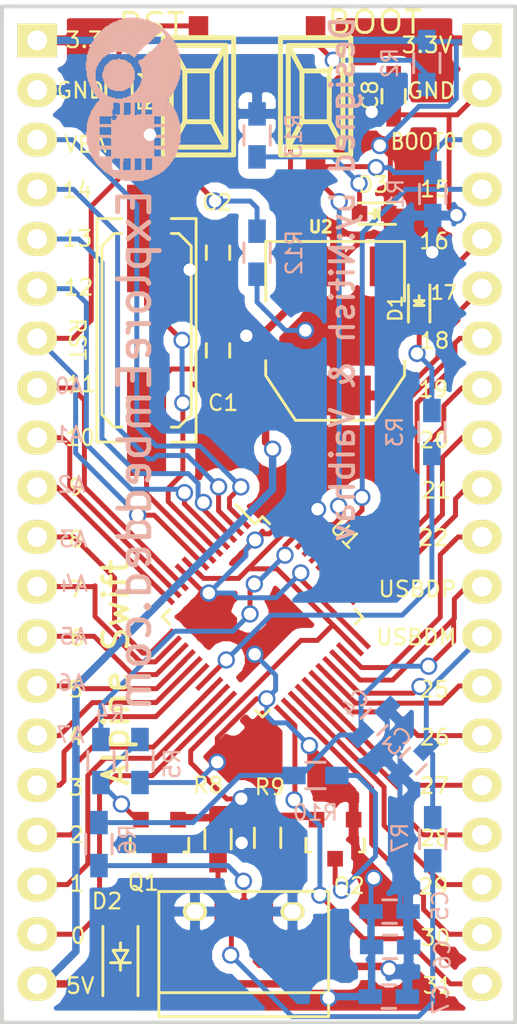
<source format=kicad_pcb>
(kicad_pcb (version 4) (host pcbnew "(2015-01-16 BZR 5376)-product")
  (layers (0 F.Cu signal) (31 B.Cu signal) (34 B.Paste user) (35 F.Paste user) (36 B.SilkS user) (37 F.SilkS user) (38 B.Mask user) (39 F.Mask user) (44 Edge.Cuts user))
  (net 0 "")
  (net 1 /OSC_OUT)
  (net 2 /OSC_IN)
  (net 3 "Net-(BUT1-Pad2)")
  (net 4 /44)
  (net 5 GND)
  (net 6 /USB_DM)
  (net 7 /USB_DP)
  (net 8 +3.3VP)
  (net 9 +5V)
  (net 10 "Net-(CON1-Pad2)")
  (net 11 "Net-(CON1-Pad3)")
  (net 12 "Net-(D1-Pad1)")
  (net 13 "Net-(D3-Pad2)")
  (net 14 "Net-(P1-Pad3)")
  (net 15 "Net-(P1-Pad4)")
  (net 16 "Net-(P1-Pad5)")
  (net 17 "Net-(P1-Pad6)")
  (net 18 /RESET)
  (net 19 /10)
  (net 20 /11)
  (net 21 /12)
  (net 22 /13)
  (net 23 /14)
  (net 24 /15)
  (net 25 /16)
  (net 26 /17)
  (net 27 "Net-(P1-Pad16)")
  (net 28 "Net-(P1-Pad17)")
  (net 29 "Net-(P1-Pad18)")
  (net 30 "Net-(P1-Pad19)")
  (net 31 /43)
  (net 32 /42)
  (net 33 /41)
  (net 34 /40)
  (net 35 /39)
  (net 36 /38)
  (net 37 /37)
  (net 38 "Net-(P2-Pad11)")
  (net 39 "Net-(P2-Pad14)")
  (net 40 "Net-(P2-Pad15)")
  (net 41 "Net-(P2-Pad16)")
  (net 42 /28)
  (net 43 /27)
  (net 44 /26)
  (net 45 /25)
  (net 46 "Net-(Q1-Pad1)")
  (net 47 "Net-(Q1-Pad2)")
  (net 48 "Net-(Q2-Pad3)")
  (net 49 "Net-(R3-Pad2)")
  (net 50 /DISC)
  (net 51 "Net-(R11-Pad1)")
  (module Pin_Headers:Pin_Header_Straight_1x20 (layer F.Cu) (at 142.9285 46.24)
    (fp_text reference P1 hide)
    (fp_text value CONN_01X20 hide)
    (pad 1 thru_hole rect (at 0 0) (size 2.032 1.7272) (drill 1.016) (layers *.Cu *.Mask F.SilkS) (net 8 +3.3VP))
    (pad 2 thru_hole oval (at 0 2.54) (size 2.032 1.7272) (drill 1.016) (layers *.Cu *.Mask F.SilkS) (net 5 GND))
    (pad 3 thru_hole oval (at 0 5.08) (size 2.032 1.7272) (drill 1.016) (layers *.Cu *.Mask F.SilkS) (net 14 "Net-(P1-Pad3)"))
    (pad 4 thru_hole oval (at 0 7.62) (size 2.032 1.7272) (drill 1.016) (layers *.Cu *.Mask F.SilkS) (net 15 "Net-(P1-Pad4)"))
    (pad 5 thru_hole oval (at 0 10.16) (size 2.032 1.7272) (drill 1.016) (layers *.Cu *.Mask F.SilkS) (net 16 "Net-(P1-Pad5)"))
    (pad 6 thru_hole oval (at 0 12.7) (size 2.032 1.7272) (drill 1.016) (layers *.Cu *.Mask F.SilkS) (net 17 "Net-(P1-Pad6)"))
    (pad 7 thru_hole oval (at 0 15.24) (size 2.032 1.7272) (drill 1.016) (layers *.Cu *.Mask F.SilkS) (net 18 /RESET))
    (pad 8 thru_hole oval (at 0 17.78) (size 2.032 1.7272) (drill 1.016) (layers *.Cu *.Mask F.SilkS) (net 19 /10))
    (pad 9 thru_hole oval (at 0 20.32) (size 2.032 1.7272) (drill 1.016) (layers *.Cu *.Mask F.SilkS) (net 20 /11))
    (pad 10 thru_hole oval (at 0 22.86) (size 2.032 1.7272) (drill 1.016) (layers *.Cu *.Mask F.SilkS) (net 21 /12))
    (pad 11 thru_hole oval (at 0 25.4) (size 2.032 1.7272) (drill 1.016) (layers *.Cu *.Mask F.SilkS) (net 22 /13))
    (pad 12 thru_hole oval (at 0 27.94) (size 2.032 1.7272) (drill 1.016) (layers *.Cu *.Mask F.SilkS) (net 23 /14))
    (pad 13 thru_hole oval (at 0 30.48) (size 2.032 1.7272) (drill 1.016) (layers *.Cu *.Mask F.SilkS) (net 24 /15))
    (pad 14 thru_hole oval (at 0 33.02) (size 2.032 1.7272) (drill 1.016) (layers *.Cu *.Mask F.SilkS) (net 25 /16))
    (pad 15 thru_hole oval (at 0 35.56) (size 2.032 1.7272) (drill 1.016) (layers *.Cu *.Mask F.SilkS) (net 26 /17))
    (pad 16 thru_hole oval (at 0 38.1) (size 2.032 1.7272) (drill 1.016) (layers *.Cu *.Mask F.SilkS) (net 27 "Net-(P1-Pad16)"))
    (pad 17 thru_hole oval (at 0 40.64) (size 2.032 1.7272) (drill 1.016) (layers *.Cu *.Mask F.SilkS) (net 28 "Net-(P1-Pad17)"))
    (pad 18 thru_hole oval (at 0 43.18) (size 2.032 1.7272) (drill 1.016) (layers *.Cu *.Mask F.SilkS) (net 29 "Net-(P1-Pad18)"))
    (pad 19 thru_hole oval (at 0 45.72) (size 2.032 1.7272) (drill 1.016) (layers *.Cu *.Mask F.SilkS) (net 30 "Net-(P1-Pad19)"))
    (pad 20 thru_hole oval (at 0 48.26) (size 2.032 1.7272) (drill 1.016) (layers *.Cu *.Mask F.SilkS) (net 9 +5V))
  )
  (module Pin_Headers:Pin_Header_Straight_1x20 (layer F.Cu) (at 165.725 46.24)
    (fp_text reference P2 hide)
    (fp_text value CONN_01X20 hide)
    (pad 1 thru_hole rect (at 0 0) (size 2.032 1.7272) (drill 1.016) (layers *.Cu *.Mask F.SilkS) (net 8 +3.3VP))
    (pad 2 thru_hole oval (at 0 2.54) (size 2.032 1.7272) (drill 1.016) (layers *.Cu *.Mask F.SilkS) (net 5 GND))
    (pad 3 thru_hole oval (at 0 5.08) (size 2.032 1.7272) (drill 1.016) (layers *.Cu *.Mask F.SilkS) (net 4 /44))
    (pad 4 thru_hole oval (at 0 7.62) (size 2.032 1.7272) (drill 1.016) (layers *.Cu *.Mask F.SilkS) (net 31 /43))
    (pad 5 thru_hole oval (at 0 10.16) (size 2.032 1.7272) (drill 1.016) (layers *.Cu *.Mask F.SilkS) (net 32 /42))
    (pad 6 thru_hole oval (at 0 12.7) (size 2.032 1.7272) (drill 1.016) (layers *.Cu *.Mask F.SilkS) (net 33 /41))
    (pad 7 thru_hole oval (at 0 15.24) (size 2.032 1.7272) (drill 1.016) (layers *.Cu *.Mask F.SilkS) (net 34 /40))
    (pad 8 thru_hole oval (at 0 17.78) (size 2.032 1.7272) (drill 1.016) (layers *.Cu *.Mask F.SilkS) (net 35 /39))
    (pad 9 thru_hole oval (at 0 20.32) (size 2.032 1.7272) (drill 1.016) (layers *.Cu *.Mask F.SilkS) (net 36 /38))
    (pad 10 thru_hole oval (at 0 22.86) (size 2.032 1.7272) (drill 1.016) (layers *.Cu *.Mask F.SilkS) (net 37 /37))
    (pad 11 thru_hole oval (at 0 25.4) (size 2.032 1.7272) (drill 1.016) (layers *.Cu *.Mask F.SilkS) (net 38 "Net-(P2-Pad11)"))
    (pad 12 thru_hole oval (at 0 27.94) (size 2.032 1.7272) (drill 1.016) (layers *.Cu *.Mask F.SilkS) (net 7 /USB_DP))
    (pad 13 thru_hole oval (at 0 30.48) (size 2.032 1.7272) (drill 1.016) (layers *.Cu *.Mask F.SilkS) (net 6 /USB_DM))
    (pad 14 thru_hole oval (at 0 33.02) (size 2.032 1.7272) (drill 1.016) (layers *.Cu *.Mask F.SilkS) (net 39 "Net-(P2-Pad14)"))
    (pad 15 thru_hole oval (at 0 35.56) (size 2.032 1.7272) (drill 1.016) (layers *.Cu *.Mask F.SilkS) (net 40 "Net-(P2-Pad15)"))
    (pad 16 thru_hole oval (at 0 38.1) (size 2.032 1.7272) (drill 1.016) (layers *.Cu *.Mask F.SilkS) (net 41 "Net-(P2-Pad16)"))
    (pad 17 thru_hole oval (at 0 40.64) (size 2.032 1.7272) (drill 1.016) (layers *.Cu *.Mask F.SilkS) (net 42 /28))
    (pad 18 thru_hole oval (at 0 43.18) (size 2.032 1.7272) (drill 1.016) (layers *.Cu *.Mask F.SilkS) (net 43 /27))
    (pad 19 thru_hole oval (at 0 45.72) (size 2.032 1.7272) (drill 1.016) (layers *.Cu *.Mask F.SilkS) (net 44 /26))
    (pad 20 thru_hole oval (at 0 48.26) (size 2.032 1.7272) (drill 1.016) (layers *.Cu *.Mask F.SilkS) (net 45 /25))
  )
  (module Crystals_Oscillators_SMD:Q_49U3HMS (layer F.Cu) (at 148.535 61.07 90)
    (fp_text reference 8MHZ1 hide)
    (fp_text value CRYSTAL hide)
    (pad 1 smd rect (at -4.699 0 90) (size 5.4991 1.99898) (layers F.Cu F.Paste F.Mask) (net 1 /OSC_OUT))
    (pad 2 smd rect (at 4.699 0 90) (size 5.4991 1.99898) (layers F.Cu F.Paste F.Mask) (net 2 /OSC_IN))
  )
  (module Capacitors_SMD:C_0603_HandSoldering (layer F.Cu) (at 152.197 62.1 90)
    (fp_text reference C1 (at -2.68 0.26 180) (layer F.SilkS) (effects (font (size 0.8 0.8) (thickness 0.12))))
    (fp_text value 18pF hide)
    (pad 1 smd rect (at -0.95 0 90) (size 1.2 0.75) (layers F.Cu F.Paste F.Mask) (net 1 /OSC_OUT))
    (pad 2 smd rect (at 0.95 0 90) (size 1.2 0.75) (layers F.Cu F.Paste F.Mask) (net 5 GND))
  )
  (module Capacitors_SMD:C_0603_HandSoldering (layer F.Cu) (at 152.197 57.1 270)
    (fp_text reference C2 (at -2.57 0.05 360) (layer F.SilkS) (effects (font (size 0.8 0.8) (thickness 0.12))))
    (fp_text value 18pF hide)
    (pad 1 smd rect (at -0.95 0 270) (size 1.2 0.75) (layers F.Cu F.Paste F.Mask) (net 2 /OSC_IN))
    (pad 2 smd rect (at 0.95 0 270) (size 1.2 0.75) (layers F.Cu F.Paste F.Mask) (net 5 GND))
  )
  (module Capacitors_SMD:C_0603_HandSoldering (layer B.Cu) (at 162.197 83.1 225)
    (fp_text reference C3 (at -0.162635 1.279863 225) (layer B.SilkS) (effects (font (size 0.8 0.8) (thickness 0.12)) (justify mirror)))
    (fp_text value 47pf hide)
    (pad 1 smd rect (at -0.95 0 225) (size 1.2 0.75) (layers B.Cu B.Paste B.Mask) (net 6 /USB_DM))
    (pad 2 smd rect (at 0.95 0 225) (size 1.2 0.75) (layers B.Cu B.Paste B.Mask) (net 5 GND))
  )
  (module Capacitors_SMD:C_0603_HandSoldering (layer B.Cu) (at 160.197 81.1 45)
    (fp_text reference C4 (at 0 -1.357645 45) (layer B.SilkS) (effects (font (size 0.8 0.8) (thickness 0.12)) (justify mirror)))
    (fp_text value 47pf hide)
    (pad 1 smd rect (at -0.95 0 45) (size 1.2 0.75) (layers B.Cu B.Paste B.Mask) (net 7 /USB_DP))
    (pad 2 smd rect (at 0.95 0 45) (size 1.2 0.75) (layers B.Cu B.Paste B.Mask) (net 5 GND))
  )
  (module Capacitors_SMD:C_0603_HandSoldering (layer B.Cu) (at 160.987 90.8 180)
    (fp_text reference C5 (at -2.59 0.3 270) (layer B.SilkS) (effects (font (size 0.8 0.8) (thickness 0.12)) (justify mirror)))
    (fp_text value .1uF hide)
    (pad 1 smd rect (at -0.95 0 180) (size 1.2 0.75) (layers B.Cu B.Paste B.Mask) (net 5 GND))
    (pad 2 smd rect (at 0.95 0 180) (size 1.2 0.75) (layers B.Cu B.Paste B.Mask) (net 8 +3.3VP))
  )
  (module Capacitors_SMD:C_0603_HandSoldering (layer B.Cu) (at 161.017 92.61 180)
    (fp_text reference C6 (at -2.678 -0.4 270) (layer B.SilkS) (effects (font (size 0.8 0.8) (thickness 0.12)) (justify mirror)))
    (fp_text value .1uF hide)
    (pad 1 smd rect (at -0.95 0 180) (size 1.2 0.75) (layers B.Cu B.Paste B.Mask) (net 5 GND))
    (pad 2 smd rect (at 0.95 0 180) (size 1.2 0.75) (layers B.Cu B.Paste B.Mask) (net 8 +3.3VP))
  )
  (module Capacitors_SMD:C_0603_HandSoldering (layer B.Cu) (at 160.947 95.15 180)
    (fp_text reference C7 (at -2.668 -0.15 270) (layer B.SilkS) (effects (font (size 0.8 0.8) (thickness 0.12)) (justify mirror)))
    (fp_text value .1uF hide)
    (pad 1 smd rect (at -0.95 0 180) (size 1.2 0.75) (layers B.Cu B.Paste B.Mask) (net 5 GND))
    (pad 2 smd rect (at 0.95 0 180) (size 1.2 0.75) (layers B.Cu B.Paste B.Mask) (net 8 +3.3VP))
  )
  (module Capacitors_SMD:C_0603_HandSoldering (layer F.Cu) (at 161.197 49.1 270)
    (fp_text reference C8 (at -0.05 1.21 270) (layer F.SilkS) (effects (font (size 0.8 0.8) (thickness 0.12))))
    (fp_text value 100uF hide)
    (pad 1 smd rect (at -0.95 0 270) (size 1.2 0.75) (layers F.Cu F.Paste F.Mask) (net 9 +5V))
    (pad 2 smd rect (at 0.95 0 270) (size 1.2 0.75) (layers F.Cu F.Paste F.Mask) (net 5 GND))
  )
  (module LEDs:LED-0603 (layer F.Cu) (at 162.505 59.55 90)
    (fp_text reference D1 (at -0.4 -1.22 270) (layer F.SilkS) (effects (font (size 0.7 0.7) (thickness 0.12))))
    (fp_text value LED hide)
    (pad 2 smd rect (at 0.7493 0 270) (size 0.79756 0.79756) (layers F.Cu F.Paste F.Mask) (net 5 GND))
    (pad 1 smd rect (at -0.7493 0 270) (size 0.79756 0.79756) (layers F.Cu F.Paste F.Mask) (net 12 "Net-(D1-Pad1)"))
  )
  (module LEDs:LED-0603 (layer F.Cu) (at 160.197 55.1 180)
    (fp_text reference D3 (at 0.05 1.48 180) (layer F.SilkS) (effects (font (size 0.8 0.8) (thickness 0.12))))
    (fp_text value LED hide)
    (pad 2 smd rect (at 0.7493 0) (size 0.79756 0.79756) (layers F.Cu F.Paste F.Mask) (net 13 "Net-(D3-Pad2)"))
    (pad 1 smd rect (at -0.7493 0) (size 0.79756 0.79756) (layers F.Cu F.Paste F.Mask) (net 8 +3.3VP))
  )
  (module Housings_SOT-23_SOT-143_TSOT-6:SOT-23 (layer F.Cu) (at 149.197 87.1 180)
    (fp_text reference Q1 (at 0.822 -2.22 180) (layer F.SilkS) (effects (font (size 0.8 0.8) (thickness 0.12))))
    (fp_text value BC547 hide)
    (pad 1 smd rect (at -0.95 1.00076 180) (size 0.8001 0.8001) (layers F.Cu F.Paste F.Mask) (net 46 "Net-(Q1-Pad1)"))
    (pad 2 smd rect (at 0.95 1.00076 180) (size 0.8001 0.8001) (layers F.Cu F.Paste F.Mask) (net 47 "Net-(Q1-Pad2)"))
    (pad 3 smd rect (at 0 -0.99822 180) (size 0.8001 0.8001) (layers F.Cu F.Paste F.Mask) (net 5 GND))
  )
  (module Housings_SOT-23_SOT-143_TSOT-6:SOT-23 (layer F.Cu) (at 158.197 87.1 180)
    (fp_text reference Q2 (at -0.72 -2.38 180) (layer F.SilkS) (effects (font (size 0.8 0.8) (thickness 0.12))))
    (fp_text value BC547 hide)
    (pad 1 smd rect (at -0.95 1.00076 180) (size 0.8001 0.8001) (layers F.Cu F.Paste F.Mask) (net 8 +3.3VP))
    (pad 2 smd rect (at 0.95 1.00076 180) (size 0.8001 0.8001) (layers F.Cu F.Paste F.Mask) (net 46 "Net-(Q1-Pad1)"))
    (pad 3 smd rect (at 0 -0.99822 180) (size 0.8001 0.8001) (layers F.Cu F.Paste F.Mask) (net 48 "Net-(Q2-Pad3)"))
  )
  (module Resistors_SMD:R_0603_HandSoldering (layer B.Cu) (at 163.197 54.1 270)
    (fp_text reference R1 (at 0 1.9 270) (layer B.SilkS) (effects (font (size 0.8 0.8) (thickness 0.12)) (justify mirror)))
    (fp_text value 10K hide)
    (pad 1 smd rect (at -1.1 0 270) (size 1.2 0.9) (layers B.Cu B.Paste B.Mask) (net 4 /44))
    (pad 2 smd rect (at 1.1 0 270) (size 1.2 0.9) (layers B.Cu B.Paste B.Mask) (net 5 GND))
  )
  (module Resistors_SMD:R_0603_HandSoldering (layer B.Cu) (at 162.897 47.4 270)
    (fp_text reference R2 (at 0 1.9 270) (layer B.SilkS) (effects (font (size 0.8 0.8) (thickness 0.12)) (justify mirror)))
    (fp_text value 1K hide)
    (pad 1 smd rect (at -1.1 0 270) (size 1.2 0.9) (layers B.Cu B.Paste B.Mask) (net 8 +3.3VP))
    (pad 2 smd rect (at 1.1 0 270) (size 1.2 0.9) (layers B.Cu B.Paste B.Mask) (net 3 "Net-(BUT1-Pad2)"))
  )
  (module Resistors_SMD:R_0603_HandSoldering (layer B.Cu) (at 163.155 66.27 270)
    (fp_text reference R3 (at 0 1.9 270) (layer B.SilkS) (effects (font (size 0.8 0.8) (thickness 0.12)) (justify mirror)))
    (fp_text value 1K hide)
    (pad 1 smd rect (at -1.1 0 270) (size 1.2 0.9) (layers B.Cu B.Paste B.Mask) (net 12 "Net-(D1-Pad1)"))
    (pad 2 smd rect (at 1.1 0 270) (size 1.2 0.9) (layers B.Cu B.Paste B.Mask) (net 49 "Net-(R3-Pad2)"))
  )
  (module Resistors_SMD:R_0603_HandSoldering (layer B.Cu) (at 146.197 83.1 90)
    (fp_text reference R4 (at 2.425 0.453 360) (layer B.SilkS) (effects (font (size 0.8 0.8) (thickness 0.12)) (justify mirror)))
    (fp_text value 1K hide)
    (pad 1 smd rect (at -1.1 0 90) (size 1.2 0.9) (layers B.Cu B.Paste B.Mask) (net 47 "Net-(Q1-Pad2)"))
    (pad 2 smd rect (at 1.1 0 90) (size 1.2 0.9) (layers B.Cu B.Paste B.Mask) (net 50 /DISC))
  )
  (module Resistors_SMD:R_0603_HandSoldering (layer B.Cu) (at 148.197 83.1 270)
    (fp_text reference R5 (at 0.14 -1.658 270) (layer B.SilkS) (effects (font (size 0.8 0.8) (thickness 0.12)) (justify mirror)))
    (fp_text value 47K hide)
    (pad 1 smd rect (at -1.1 0 270) (size 1.2 0.9) (layers B.Cu B.Paste B.Mask) (net 47 "Net-(Q1-Pad2)"))
    (pad 2 smd rect (at 1.1 0 270) (size 1.2 0.9) (layers B.Cu B.Paste B.Mask) (net 8 +3.3VP))
  )
  (module Resistors_SMD:R_0603_HandSoldering (layer B.Cu) (at 146.097 87.35 270)
    (fp_text reference R6 (at -0.24 -1.468 270) (layer B.SilkS) (effects (font (size 0.8 0.8) (thickness 0.12)) (justify mirror)))
    (fp_text value 22 hide)
    (pad 1 smd rect (at -1.1 0 270) (size 1.2 0.9) (layers B.Cu B.Paste B.Mask) (net 7 /USB_DP))
    (pad 2 smd rect (at 1.1 0 270) (size 1.2 0.9) (layers B.Cu B.Paste B.Mask) (net 11 "Net-(CON1-Pad3)"))
  )
  (module Resistors_SMD:R_0603_HandSoldering (layer B.Cu) (at 163.197 87.1 270)
    (fp_text reference R7 (at -0.07 1.68 270) (layer B.SilkS) (effects (font (size 0.8 0.8) (thickness 0.12)) (justify mirror)))
    (fp_text value 22 hide)
    (pad 1 smd rect (at -1.1 0 270) (size 1.2 0.9) (layers B.Cu B.Paste B.Mask) (net 6 /USB_DM))
    (pad 2 smd rect (at 1.1 0 270) (size 1.2 0.9) (layers B.Cu B.Paste B.Mask) (net 10 "Net-(CON1-Pad2)"))
  )
  (module Resistors_SMD:R_0603_HandSoldering (layer F.Cu) (at 152.197 87.1 270)
    (fp_text reference R8 (at -2.76 0.502 360) (layer F.SilkS) (effects (font (size 0.8 0.8) (thickness 0.12))))
    (fp_text value 10K hide)
    (pad 1 smd rect (at -1.1 0 270) (size 1.2 0.9) (layers F.Cu F.Paste F.Mask) (net 46 "Net-(Q1-Pad1)"))
    (pad 2 smd rect (at 1.1 0 270) (size 1.2 0.9) (layers F.Cu F.Paste F.Mask) (net 9 +5V))
  )
  (module Resistors_SMD:R_0603_HandSoldering (layer F.Cu) (at 154.737 87.03 90)
    (fp_text reference R9 (at 2.6 0.118 180) (layer F.SilkS) (effects (font (size 0.8 0.8) (thickness 0.12))))
    (fp_text value 36K hide)
    (pad 1 smd rect (at -1.1 0 90) (size 1.2 0.9) (layers F.Cu F.Paste F.Mask) (net 5 GND))
    (pad 2 smd rect (at 1.1 0 90) (size 1.2 0.9) (layers F.Cu F.Paste F.Mask) (net 46 "Net-(Q1-Pad1)"))
  )
  (module Resistors_SMD:R_0603_HandSoldering (layer B.Cu) (at 157.187 83.84)
    (fp_text reference R10 (at 0 1.9) (layer B.SilkS) (effects (font (size 0.8 0.8) (thickness 0.12)) (justify mirror)))
    (fp_text value 1.5K hide)
    (pad 1 smd rect (at -1.1 0) (size 1.2 0.9) (layers B.Cu B.Paste B.Mask) (net 7 /USB_DP))
    (pad 2 smd rect (at 1.1 0) (size 1.2 0.9) (layers B.Cu B.Paste B.Mask) (net 48 "Net-(Q2-Pad3)"))
  )
  (module Resistors_SMD:R_0603_HandSoldering (layer F.Cu) (at 147.122 48.9 270)
    (fp_text reference R11 (at -0.15 -1.443 270) (layer F.SilkS) (effects (font (size 0.8 0.8) (thickness 0.12))))
    (fp_text value 1K hide)
    (pad 1 smd rect (at -1.1 0 270) (size 1.2 0.9) (layers F.Cu F.Paste F.Mask) (net 51 "Net-(R11-Pad1)"))
    (pad 2 smd rect (at 1.1 0 270) (size 1.2 0.9) (layers F.Cu F.Paste F.Mask) (net 5 GND))
  )
  (module Resistors_SMD:R_0603_HandSoldering (layer B.Cu) (at 154.197 57.1 90)
    (fp_text reference R12 (at 0 1.9 90) (layer B.SilkS) (effects (font (size 0.8 0.8) (thickness 0.12)) (justify mirror)))
    (fp_text value 10K hide)
    (pad 1 smd rect (at -1.1 0 90) (size 1.2 0.9) (layers B.Cu B.Paste B.Mask) (net 8 +3.3VP))
    (pad 2 smd rect (at 1.1 0 90) (size 1.2 0.9) (layers B.Cu B.Paste B.Mask) (net 18 /RESET))
  )
  (module Resistors_SMD:R_0603_HandSoldering (layer B.Cu) (at 154.197 51.1 90)
    (fp_text reference R13 (at -0.05 1.88 90) (layer B.SilkS) (effects (font (size 0.8 0.8) (thickness 0.12)) (justify mirror)))
    (fp_text value 470 hide)
    (pad 1 smd rect (at -1.1 0 90) (size 1.2 0.9) (layers B.Cu B.Paste B.Mask) (net 13 "Net-(D3-Pad2)"))
    (pad 2 smd rect (at 1.1 0 90) (size 1.2 0.9) (layers B.Cu B.Paste B.Mask) (net 5 GND))
  )
  (module Housings_QFP:LQFP-48_7x7mm_Pitch0.5mm (layer F.Cu) (at 154.472 75.725 315)
    (fp_text reference U1 (at 0 -6 315) (layer F.SilkS) (effects (font (size 0.8 0.8) (thickness 0.12))))
    (fp_text value STM32F103C8 hide)
    (pad 1 smd rect (at -4.35 -2.75 315) (size 1.3 0.25) (layers F.Cu F.Paste F.Mask) (net 14 "Net-(P1-Pad3)"))
    (pad 2 smd rect (at -4.35 -2.25 315) (size 1.3 0.25) (layers F.Cu F.Paste F.Mask) (net 15 "Net-(P1-Pad4)"))
    (pad 3 smd rect (at -4.35 -1.75 315) (size 1.3 0.25) (layers F.Cu F.Paste F.Mask) (net 16 "Net-(P1-Pad5)"))
    (pad 4 smd rect (at -4.35 -1.25 315) (size 1.3 0.25) (layers F.Cu F.Paste F.Mask) (net 17 "Net-(P1-Pad6)"))
    (pad 5 smd rect (at -4.35 -0.75 315) (size 1.3 0.25) (layers F.Cu F.Paste F.Mask) (net 2 /OSC_IN))
    (pad 6 smd rect (at -4.35 -0.25 315) (size 1.3 0.25) (layers F.Cu F.Paste F.Mask) (net 1 /OSC_OUT))
    (pad 7 smd rect (at -4.35 0.25 315) (size 1.3 0.25) (layers F.Cu F.Paste F.Mask) (net 18 /RESET))
    (pad 8 smd rect (at -4.35 0.75 315) (size 1.3 0.25) (layers F.Cu F.Paste F.Mask) (net 5 GND))
    (pad 9 smd rect (at -4.35 1.25 315) (size 1.3 0.25) (layers F.Cu F.Paste F.Mask) (net 8 +3.3VP))
    (pad 10 smd rect (at -4.35 1.75 315) (size 1.3 0.25) (layers F.Cu F.Paste F.Mask) (net 19 /10))
    (pad 11 smd rect (at -4.35 2.25 315) (size 1.3 0.25) (layers F.Cu F.Paste F.Mask) (net 20 /11))
    (pad 12 smd rect (at -4.35 2.75 315) (size 1.3 0.25) (layers F.Cu F.Paste F.Mask) (net 21 /12))
    (pad 13 smd rect (at -2.75 4.35 45) (size 1.3 0.25) (layers F.Cu F.Paste F.Mask) (net 22 /13))
    (pad 14 smd rect (at -2.25 4.35 45) (size 1.3 0.25) (layers F.Cu F.Paste F.Mask) (net 23 /14))
    (pad 15 smd rect (at -1.75 4.35 45) (size 1.3 0.25) (layers F.Cu F.Paste F.Mask) (net 24 /15))
    (pad 16 smd rect (at -1.25 4.35 45) (size 1.3 0.25) (layers F.Cu F.Paste F.Mask) (net 25 /16))
    (pad 17 smd rect (at -0.75 4.35 45) (size 1.3 0.25) (layers F.Cu F.Paste F.Mask) (net 26 /17))
    (pad 18 smd rect (at -0.25 4.35 45) (size 1.3 0.25) (layers F.Cu F.Paste F.Mask) (net 27 "Net-(P1-Pad16)"))
    (pad 19 smd rect (at 0.25 4.35 45) (size 1.3 0.25) (layers F.Cu F.Paste F.Mask) (net 49 "Net-(R3-Pad2)"))
    (pad 20 smd rect (at 0.75 4.35 45) (size 1.3 0.25) (layers F.Cu F.Paste F.Mask) (net 28 "Net-(P1-Pad17)"))
    (pad 21 smd rect (at 1.25 4.35 45) (size 1.3 0.25) (layers F.Cu F.Paste F.Mask) (net 29 "Net-(P1-Pad18)"))
    (pad 22 smd rect (at 1.75 4.35 45) (size 1.3 0.25) (layers F.Cu F.Paste F.Mask) (net 30 "Net-(P1-Pad19)"))
    (pad 23 smd rect (at 2.25 4.35 45) (size 1.3 0.25) (layers F.Cu F.Paste F.Mask) (net 5 GND))
    (pad 24 smd rect (at 2.75 4.35 45) (size 1.3 0.25) (layers F.Cu F.Paste F.Mask) (net 8 +3.3VP))
    (pad 25 smd rect (at 4.35 2.75 315) (size 1.3 0.25) (layers F.Cu F.Paste F.Mask) (net 45 /25))
    (pad 26 smd rect (at 4.35 2.25 315) (size 1.3 0.25) (layers F.Cu F.Paste F.Mask) (net 44 /26))
    (pad 27 smd rect (at 4.35 1.75 315) (size 1.3 0.25) (layers F.Cu F.Paste F.Mask) (net 43 /27))
    (pad 28 smd rect (at 4.35 1.25 315) (size 1.3 0.25) (layers F.Cu F.Paste F.Mask) (net 42 /28))
    (pad 29 smd rect (at 4.35 0.75 315) (size 1.3 0.25) (layers F.Cu F.Paste F.Mask) (net 41 "Net-(P2-Pad16)"))
    (pad 30 smd rect (at 4.35 0.25 315) (size 1.3 0.25) (layers F.Cu F.Paste F.Mask) (net 40 "Net-(P2-Pad15)"))
    (pad 31 smd rect (at 4.35 -0.25 315) (size 1.3 0.25) (layers F.Cu F.Paste F.Mask) (net 39 "Net-(P2-Pad14)"))
    (pad 32 smd rect (at 4.35 -0.75 315) (size 1.3 0.25) (layers F.Cu F.Paste F.Mask) (net 6 /USB_DM))
    (pad 33 smd rect (at 4.35 -1.25 315) (size 1.3 0.25) (layers F.Cu F.Paste F.Mask) (net 7 /USB_DP))
    (pad 34 smd rect (at 4.35 -1.75 315) (size 1.3 0.25) (layers F.Cu F.Paste F.Mask) (net 38 "Net-(P2-Pad11)"))
    (pad 35 smd rect (at 4.35 -2.25 315) (size 1.3 0.25) (layers F.Cu F.Paste F.Mask) (net 5 GND))
    (pad 36 smd rect (at 4.35 -2.75 315) (size 1.3 0.25) (layers F.Cu F.Paste F.Mask) (net 8 +3.3VP))
    (pad 37 smd rect (at 2.75 -4.35 45) (size 1.3 0.25) (layers F.Cu F.Paste F.Mask) (net 37 /37))
    (pad 38 smd rect (at 2.25 -4.35 45) (size 1.3 0.25) (layers F.Cu F.Paste F.Mask) (net 36 /38))
    (pad 39 smd rect (at 1.75 -4.35 45) (size 1.3 0.25) (layers F.Cu F.Paste F.Mask) (net 35 /39))
    (pad 40 smd rect (at 1.25 -4.35 45) (size 1.3 0.25) (layers F.Cu F.Paste F.Mask) (net 34 /40))
    (pad 41 smd rect (at 0.75 -4.35 45) (size 1.3 0.25) (layers F.Cu F.Paste F.Mask) (net 33 /41))
    (pad 42 smd rect (at 0.25 -4.35 45) (size 1.3 0.25) (layers F.Cu F.Paste F.Mask) (net 32 /42))
    (pad 43 smd rect (at -0.25 -4.35 45) (size 1.3 0.25) (layers F.Cu F.Paste F.Mask) (net 31 /43))
    (pad 44 smd rect (at -0.75 -4.35 45) (size 1.3 0.25) (layers F.Cu F.Paste F.Mask) (net 4 /44))
    (pad 45 smd rect (at -1.25 -4.35 45) (size 1.3 0.25) (layers F.Cu F.Paste F.Mask) (net 4 /44))
    (pad 46 smd rect (at -1.75 -4.35 45) (size 1.3 0.25) (layers F.Cu F.Paste F.Mask) (net 50 /DISC))
    (pad 47 smd rect (at -2.25 -4.35 45) (size 1.3 0.25) (layers F.Cu F.Paste F.Mask) (net 5 GND))
    (pad 48 smd rect (at -2.75 -4.35 45) (size 1.3 0.25) (layers F.Cu F.Paste F.Mask) (net 8 +3.3VP))
  )
  (module lm1117:SOT-223 (layer F.Cu) (at 158.197 61.1 180)
    (fp_text reference U2 (at 0.74 5.32 360) (layer F.SilkS) (effects (font (size 0.6 0.6))))
    (fp_text value LMNEW hide)
    (pad 4 smd rect (at 0 -3.302 180) (size 3.6576 2.032) (layers F.Cu F.Paste F.Mask) (net 8 +3.3VP))
    (pad 2 smd rect (at 0 3.302 180) (size 1.016 2.032) (layers F.Cu F.Paste F.Mask) (net 8 +3.3VP))
    (pad 3 smd rect (at 2.286 3.302 180) (size 1.016 2.032) (layers F.Cu F.Paste F.Mask) (net 9 +5V))
    (pad 1 smd rect (at -2.286 3.302 180) (size 1.016 2.032) (layers F.Cu F.Paste F.Mask) (net 5 GND))
  )
  (module switches:smd_push (layer F.Cu) (at 157.197 49.1 90)
    (fp_text reference BOOT (at 3.79 3.028 180) (layer F.SilkS) (effects (font (size 1.143 1.27) (thickness 0.1524))))
    (fp_text value SPST hide)
    (pad 1 smd rect (at -3.59918 0 90) (size 1.00076 1.00076) (layers F.Cu F.Paste F.Mask) (net 4 /44))
    (pad 2 smd rect (at 3.59918 0 90) (size 1.00076 1.00076) (layers F.Cu F.Paste F.Mask) (net 3 "Net-(BUT1-Pad2)"))
  )
  (module Diodes_SMD:SOD-123 (layer F.Cu) (at 147.197 93.1 90)
    (fp_text reference D2 (at 2.83 -0.692 180) (layer F.SilkS) (effects (font (size 0.8 0.8) (thickness 0.12))))
    (fp_text value DIODE hide)
    (pad 1 smd rect (at -1.635 0 90) (size 0.91 1.22) (layers F.Cu F.Paste F.Mask) (net 8 +3.3VP))
    (pad 2 smd rect (at 1.635 0 90) (size 0.91 1.22) (layers F.Cu F.Paste F.Mask) (net 9 +5V))
  )
  (module switches:smd_push (layer F.Cu) (at 151.197 49.1 270)
    (fp_text reference RST (at -3.67 2.402 360) (layer F.SilkS) (effects (font (size 1.143 1.27) (thickness 0.1524))))
    (fp_text value SPST hide)
    (pad 1 smd rect (at -3.59918 0 270) (size 1.00076 1.00076) (layers F.Cu F.Paste F.Mask) (net 51 "Net-(R11-Pad1)"))
    (pad 2 smd rect (at 3.59918 0 270) (size 1.00076 1.00076) (layers F.Cu F.Paste F.Mask) (net 18 /RESET))
  )
  (module switches:USB_Micro-B (layer F.Cu) (at 152.215 90.8 90)
    (fp_text reference CON1 hide)
    (fp_text value USB-MICRO-B hide)
    (pad 1 smd rect (at 0 0 90) (size 1.35 0.4) (layers F.Cu F.Paste F.Mask) (net 9 +5V))
    (pad 2 smd rect (at 0 0.65 90) (size 1.35 0.4) (layers F.Cu F.Paste F.Mask) (net 10 "Net-(CON1-Pad2)"))
    (pad 3 smd rect (at 0 1.3 90) (size 1.35 0.4) (layers F.Cu F.Paste F.Mask) (net 11 "Net-(CON1-Pad3)"))
    (pad 4 smd rect (at 0 1.95 90) (size 1.35 0.4) (layers F.Cu F.Paste F.Mask) (net 5 GND))
    (pad 5 smd rect (at 0 2.6 90) (size 1.35 0.4) (layers F.Cu F.Paste F.Mask) (net 5 GND))
    (pad 6 thru_hole oval (at 0 -1.2 90) (size 0.95 1.25) (drill oval 0.75 0.85) (layers *.Cu *.Mask F.SilkS) (net 5 GND))
    (pad 7 thru_hole oval (at 0 3.8 90) (size 0.95 1.25) (drill oval 0.75 0.85) (layers *.Cu *.Mask F.SilkS) (net 5 GND))
    (pad 8 smd rect (at -2.7 -3 90) (size 1.55 2.5) (layers F.Cu F.Paste F.Mask) (net 5 GND))
    (pad 9 smd rect (at -2.7 5.5 90) (size 1.55 2.5) (layers F.Cu F.Paste F.Mask) (net 5 GND))
  )
  (module "LOGO:LOGO (2)" (layer B.Cu) (at 145.075 44.425 270)
    (fp_text reference LOGO hide)
    (fp_text value "" (at 0 0 270) (layer F.SilkS))
  )
  (gr_line (start 141.125 95.85) (end 141.125 96.175) (angle 90) (layer Edge.Cuts) (width 0.2))
  (gr_line (start 141.125 96.375) (end 141.125 96.125) (angle 90) (layer Edge.Cuts) (width 0.2))
  (gr_line (start 141.125 96.475) (end 141.125 96.175) (angle 90) (layer Edge.Cuts) (width 0.2))
  (gr_line (start 141.15 96.475) (end 141.125 96.475) (angle 90) (layer Edge.Cuts) (width 0.2))
  (gr_line (start 167.425 96.475) (end 141.15 96.475) (angle 90) (layer Edge.Cuts) (width 0.2))
  (gr_line (start 167.425 96.375) (end 167.425 96.475) (angle 90) (layer Edge.Cuts) (width 0.2))
  (gr_line (start 141.525 44.5) (end 141.625 44.5) (angle 90) (layer Edge.Cuts) (width 0.2))
  (gr_line (start 141.125 44.5) (end 141.525 44.5) (angle 90) (layer Edge.Cuts) (width 0.2))
  (gr_line (start 141.125 45.1) (end 141.125 44.5) (angle 90) (layer Edge.Cuts) (width 0.2))
  (gr_line (start 141.125 96.3) (end 141.125 44.5) (angle 90) (layer Edge.Cuts) (width 0.2))
  (gr_line (start 167.425 44.5) (end 167.425 96.3) (angle 90) (layer Edge.Cuts) (width 0.2))
  (gr_line (start 141.225 44.5) (end 167.425 44.5) (angle 90) (layer Edge.Cuts) (width 0.2))
  (gr_text "Alpine Swift" (at 146.965 78.57 90) (layer F.SilkS) (effects (font (size 1.3 1.3) (thickness 0.2))))
  (gr_text "Designed by:Nitish & Vaibhav" (at 158.575 58.45 90) (layer B.SilkS) (effects (font (size 1.2 1.2) (thickness 0.2)) (justify mirror)))
  (gr_text ExploreEmbedded.com (at 147.925 67.2 90) (layer B.SilkS) (effects (font (size 1.6 1.6) (thickness 0.25)) (justify mirror)))
  (gr_text A7 (at 144.63 81.76) (layer B.SilkS) (effects (font (size 0.8 0.8) (thickness 0.12)) (justify mirror)))
  (gr_text A6 (at 144.69 79.1) (layer B.SilkS) (effects (font (size 0.8 0.8) (thickness 0.12)) (justify mirror)))
  (gr_text A5 (at 144.79 76.73) (layer B.SilkS) (effects (font (size 0.8 0.8) (thickness 0.12)) (justify mirror)))
  (gr_text A4 (at 144.8 74.04) (layer B.SilkS) (effects (font (size 0.8 0.8) (thickness 0.12)) (justify mirror)))
  (gr_text A3 (at 144.77 71.75) (layer B.SilkS) (effects (font (size 0.8 0.8) (thickness 0.12)) (justify mirror)))
  (gr_text A2 (at 144.69 68.96) (layer B.SilkS) (effects (font (size 0.8 0.8) (thickness 0.12)) (justify mirror)))
  (gr_text A1 (at 144.55 66.4) (layer B.SilkS) (effects (font (size 0.8 0.8) (thickness 0.12)) (justify mirror)))
  (gr_text A0 (at 144.56 63.92) (layer B.SilkS) (effects (font (size 0.8 0.8) (thickness 0.12)) (justify mirror)))
  (gr_text 3.3V (at 145.685 46.22) (layer F.SilkS) (effects (font (size 0.8 0.8) (thickness 0.12))))
  (gr_text GND (at 145.145 48.8) (layer F.SilkS) (effects (font (size 0.8 0.8) (thickness 0.12))))
  (gr_text VBAT (at 145.715 51.57) (layer F.SilkS) (effects (font (size 0.8 0.8) (thickness 0.12))))
  (gr_text 14 (at 144.975 53.9) (layer F.SilkS) (effects (font (size 0.8 0.8) (thickness 0.12))))
  (gr_text 13 (at 145 56.375) (layer F.SilkS) (effects (font (size 0.8 0.8) (thickness 0.12))))
  (gr_text 12 (at 145.05 58.875) (layer F.SilkS) (effects (font (size 0.8 0.8) (thickness 0.12))))
  (gr_text RST (at 144.975 61.525 270) (layer F.SilkS) (effects (font (size 0.8 0.8) (thickness 0.12))))
  (gr_text 11 (at 145.175 63.825) (layer F.SilkS) (effects (font (size 0.8 0.8) (thickness 0.12))))
  (gr_text 10 (at 145.135 66.57) (layer F.SilkS) (effects (font (size 0.8 0.8) (thickness 0.12))))
  (gr_text 9 (at 144.915 69.1) (layer F.SilkS) (effects (font (size 0.8 0.8) (thickness 0.12))))
  (gr_text 8 (at 144.915 71.76) (layer F.SilkS) (effects (font (size 0.8 0.8) (thickness 0.12))))
  (gr_text 7 (at 144.935 74.32) (layer F.SilkS) (effects (font (size 0.8 0.8) (thickness 0.12))))
  (gr_text 6 (at 144.975 76.8) (layer F.SilkS) (effects (font (size 0.8 0.8) (thickness 0.12))))
  (gr_text 5 (at 144.895 79.44) (layer F.SilkS) (effects (font (size 0.8 0.8) (thickness 0.12))))
  (gr_text 4 (at 144.905 81.87) (layer F.SilkS) (effects (font (size 0.8 0.8) (thickness 0.12))))
  (gr_text 3 (at 144.915 84.46) (layer F.SilkS) (effects (font (size 0.8 0.8) (thickness 0.12))))
  (gr_text 2 (at 144.945 86.88) (layer F.SilkS) (effects (font (size 0.8 0.8) (thickness 0.12))))
  (gr_text 1 (at 144.965 89.37) (layer F.SilkS) (effects (font (size 0.8 0.8) (thickness 0.12))))
  (gr_text 0 (at 145.025 92.04) (layer F.SilkS) (effects (font (size 0.8 0.8) (thickness 0.12))))
  (gr_text 3.3V (at 162.905 46.48) (layer F.SilkS) (effects (font (size 0.8 0.8) (thickness 0.12))))
  (gr_text BOOT0 (at 162.735 51.42) (layer F.SilkS) (effects (font (size 0.8 0.7) (thickness 0.12))))
  (gr_text 15 (at 163.317 53.85) (layer F.SilkS) (effects (font (size 0.8 0.8) (thickness 0.12))))
  (gr_text 16 (at 163.275 56.51) (layer F.SilkS) (effects (font (size 0.8 0.8) (thickness 0.12))))
  (gr_text 17 (at 163.765 59.14) (layer F.SilkS) (effects (font (size 0.7 0.7) (thickness 0.12))))
  (gr_text 5V (at 145.135 94.6) (layer F.SilkS) (effects (font (size 0.8 0.8) (thickness 0.12))))
  (gr_text 18 (at 163.295 61.6) (layer F.SilkS) (effects (font (size 0.8 0.8) (thickness 0.12))))
  (gr_text 19 (at 163.235 64.08) (layer F.SilkS) (effects (font (size 0.8 0.8) (thickness 0.12))))
  (gr_text 20 (at 163.277 66.69) (layer F.SilkS) (effects (font (size 0.8 0.8) (thickness 0.12))))
  (gr_text 21 (at 163.365 69.26) (layer F.SilkS) (effects (font (size 0.8 0.8) (thickness 0.12))))
  (gr_text 22 (at 163.237 71.68) (layer F.SilkS) (effects (font (size 0.8 0.8) (thickness 0.12))))
  (gr_text USBDP (at 162.417 74.31) (layer F.SilkS) (effects (font (size 0.8 0.8) (thickness 0.12))))
  (gr_text USBDM (at 162.355 76.77) (layer F.SilkS) (effects (font (size 0.8 0.8) (thickness 0.12))))
  (gr_text 25 (at 163.275 79.44) (layer F.SilkS) (effects (font (size 0.8 0.8) (thickness 0.12))))
  (gr_text 26 (at 163.305 81.89) (layer F.SilkS) (effects (font (size 0.8 0.8) (thickness 0.12))))
  (gr_text 27 (at 163.285 84.37) (layer F.SilkS) (effects (font (size 0.8 0.8) (thickness 0.12))))
  (gr_text 28 (at 163.315 87.04) (layer F.SilkS) (effects (font (size 0.8 0.8) (thickness 0.12))))
  (gr_text 29 (at 163.235 89.52) (layer F.SilkS) (effects (font (size 0.8 0.8) (thickness 0.12))))
  (gr_text "GND\n" (at 163.125 48.82) (layer F.SilkS) (effects (font (size 0.8 0.8) (thickness 0.12))))
  (gr_text 30 (at 163.345 92.14) (layer F.SilkS) (effects (font (size 0.8 0.8) (thickness 0.12))))
  (gr_text 31 (at 163.455 94.59) (layer F.SilkS) (effects (font (size 0.8 0.8) (thickness 0.12))))
  (segment (start 159.997 93.3) (end 159.947 93.25) (width 0.381) (layer B.Cu) (net 0))
  (segment (start 159.997 93.3) (end 159.947 93.25) (width 0.254) (layer B.Cu) (net 0))
  (segment (start 151.572862 72.472309) (end 151.572862 72.467862) (width 0.254) (layer F.Cu) (net 1))
  (segment (start 151.572862 72.467862) (end 148.535 69.43) (width 0.254) (layer F.Cu) (net 1))
  (segment (start 148.535 69.43) (end 148.535 65.769) (width 0.254) (layer F.Cu) (net 1))
  (segment (start 148.535 65.769) (end 148.535 64.32) (width 0.254) (layer F.Cu) (net 1))
  (segment (start 148.535 64.32) (end 149.805 63.05) (width 0.254) (layer F.Cu) (net 1))
  (segment (start 149.805 63.05) (end 152.197 63.05) (width 0.254) (layer F.Cu) (net 1))
  (segment (start 151.926416 72.118755) (end 151.926416 72.111416) (width 0.254) (layer F.Cu) (net 2))
  (segment (start 151.926416 72.111416) (end 149.645 69.83) (width 0.254) (layer F.Cu) (net 2))
  (segment (start 148.535 59.76) (end 148.535 56.371) (width 0.254) (layer F.Cu) (net 2))
  (segment (start 150.355 61.58) (end 148.535 59.76) (width 0.254) (layer F.Cu) (net 2))
  (via (at 150.355 61.58) (size 0.889) (layers F.Cu B.Cu) (net 2))
  (segment (start 150.355 64.74) (end 150.355 61.58) (width 0.254) (layer B.Cu) (net 2))
  (segment (start 150.395 64.78) (end 150.355 64.74) (width 0.254) (layer B.Cu) (net 2))
  (via (at 150.395 64.78) (size 0.889) (layers F.Cu B.Cu) (net 2))
  (segment (start 150.395 68.4) (end 150.395 64.78) (width 0.254) (layer F.Cu) (net 2))
  (segment (start 149.645 69.15) (end 150.395 68.4) (width 0.254) (layer F.Cu) (net 2))
  (segment (start 149.645 69.83) (end 149.645 69.15) (width 0.254) (layer F.Cu) (net 2))
  (segment (start 148.535 56.371) (end 151.976 56.371) (width 0.254) (layer F.Cu) (net 2))
  (segment (start 151.976 56.371) (end 152.197 56.15) (width 0.254) (layer F.Cu) (net 2))
  (segment (start 148.535 59) (end 148.535 56.371) (width 0.254) (layer F.Cu) (net 2))
  (segment (start 157.197 45.50082) (end 157.197 46.348) (width 0.254) (layer F.Cu) (net 3))
  (segment (start 162.169 47.256) (end 162.897 47.984) (width 0.254) (layer B.Cu) (net 3))
  (segment (start 158.105 47.256) (end 162.169 47.256) (width 0.254) (layer B.Cu) (net 3))
  (via (at 158.105 47.256) (size 0.889) (layers F.Cu B.Cu) (net 3))
  (segment (start 157.197 46.348) (end 158.105 47.256) (width 0.254) (layer F.Cu) (net 3))
  (segment (start 162.897 47.984) (end 162.897 48.5) (width 0.254) (layer B.Cu) (net 3))
  (segment (start 163.197 53) (end 163.197 52.01) (width 0.254) (layer B.Cu) (net 4))
  (segment (start 163.887 51.32) (end 165.725 51.32) (width 0.254) (layer B.Cu) (net 4))
  (segment (start 163.197 52.01) (end 163.887 51.32) (width 0.254) (layer B.Cu) (net 4))
  (segment (start 156.664031 71.765202) (end 156.671798 71.765202) (width 0.254) (layer F.Cu) (net 4))
  (segment (start 156.671798 71.765202) (end 157.427 71.01) (width 0.254) (layer F.Cu) (net 4))
  (segment (start 157.427 71.01) (end 158.127 71.01) (width 0.254) (layer F.Cu) (net 4))
  (segment (start 158.407 70.68) (end 158.407 70.09) (width 0.254) (layer F.Cu) (net 4))
  (segment (start 157.607 53.69) (end 157.197 53.69) (width 0.254) (layer F.Cu) (net 4))
  (segment (start 158.407 54.49) (end 157.607 53.69) (width 0.254) (layer F.Cu) (net 4))
  (via (at 158.407 54.49) (size 0.889) (layers F.Cu B.Cu) (net 4))
  (segment (start 158.407 70.03) (end 158.407 54.49) (width 0.254) (layer B.Cu) (net 4))
  (segment (start 158.377 70.06) (end 158.407 70.03) (width 0.254) (layer B.Cu) (net 4))
  (via (at 158.377 70.06) (size 0.889) (layers F.Cu B.Cu) (net 4))
  (segment (start 158.407 70.09) (end 158.377 70.06) (width 0.254) (layer F.Cu) (net 4))
  (segment (start 158.407 70.68) (end 158.457 70.68) (width 0.254) (layer F.Cu) (net 4))
  (segment (start 157.197 52.69918) (end 157.197 53.69) (width 0.254) (layer F.Cu) (net 4))
  (segment (start 157.197 53.69) (end 157.207 53.7) (width 0.254) (layer F.Cu) (net 4))
  (segment (start 157.017584 72.118755) (end 157.018245 72.118755) (width 0.254) (layer F.Cu) (net 4))
  (segment (start 157.018245 72.118755) (end 158.127 71.01) (width 0.254) (layer F.Cu) (net 4))
  (segment (start 158.127 71.01) (end 158.457 70.68) (width 0.254) (layer F.Cu) (net 4))
  (segment (start 163.197 53) (end 161.247 53) (width 0.254) (layer B.Cu) (net 4))
  (segment (start 160.24618 52.69918) (end 157.197 52.69918) (width 0.254) (layer F.Cu) (net 4))
  (segment (start 160.297 52.75) (end 160.24618 52.69918) (width 0.254) (layer F.Cu) (net 4))
  (via (at 160.297 52.75) (size 0.889) (layers F.Cu B.Cu) (net 4))
  (segment (start 160.997 52.75) (end 160.297 52.75) (width 0.254) (layer B.Cu) (net 4))
  (segment (start 161.247 53) (end 160.997 52.75) (width 0.254) (layer B.Cu) (net 4))
  (segment (start 162.505 58.8007) (end 162.505 58.09) (width 0.254) (layer F.Cu) (net 5))
  (segment (start 162.505 58.09) (end 162.213 57.798) (width 0.254) (layer F.Cu) (net 5))
  (segment (start 147.122 50) (end 148.149 50) (width 0.381) (layer F.Cu) (net 5))
  (segment (start 148.149 50) (end 148.707 50.558) (width 0.381) (layer F.Cu) (net 5))
  (segment (start 148.707 50.558) (end 148.707 51.066) (width 0.381) (layer F.Cu) (net 5))
  (via (at 148.707 51.066) (size 0.889) (layers F.Cu B.Cu) (net 5))
  (segment (start 152.197 58.05) (end 150.825 58.05) (width 0.254) (layer F.Cu) (net 5))
  (segment (start 148.707 52.322) (end 148.707 51.066) (width 0.254) (layer B.Cu) (net 5))
  (segment (start 150.135 53.75) (end 148.707 52.322) (width 0.254) (layer B.Cu) (net 5))
  (segment (start 150.135 57.36) (end 150.135 53.75) (width 0.254) (layer B.Cu) (net 5))
  (segment (start 150.745 57.97) (end 150.135 57.36) (width 0.254) (layer B.Cu) (net 5))
  (via (at 150.745 57.97) (size 0.889) (layers F.Cu B.Cu) (net 5))
  (segment (start 150.825 58.05) (end 150.745 57.97) (width 0.254) (layer F.Cu) (net 5))
  (segment (start 156.0321 90.90546) (end 156.0321 92.60546) (width 0.381) (layer F.Cu) (net 5))
  (segment (start 156.0321 92.60546) (end 157.0321 93.60546) (width 0.381) (layer F.Cu) (net 5))
  (segment (start 149.197 88.09822) (end 149.197 87.85) (width 0.254) (layer F.Cu) (net 5))
  (segment (start 149.197 87.85) (end 149.757 87.29) (width 0.254) (layer F.Cu) (net 5))
  (segment (start 149.757 87.29) (end 153.407 87.29) (width 0.254) (layer F.Cu) (net 5))
  (segment (start 154.737 88.13) (end 154.067 88.13) (width 0.254) (layer F.Cu) (net 5))
  (segment (start 153.377 85.04) (end 152.647 85.04) (width 0.254) (layer F.Cu) (net 5))
  (segment (start 153.387 85.03) (end 153.377 85.04) (width 0.254) (layer F.Cu) (net 5))
  (via (at 153.387 85.03) (size 0.889) (layers F.Cu B.Cu) (net 5))
  (segment (start 153.387 87.27) (end 153.387 85.03) (width 0.254) (layer B.Cu) (net 5))
  (segment (start 153.407 87.29) (end 153.387 87.27) (width 0.254) (layer B.Cu) (net 5))
  (via (at 153.407 87.29) (size 0.889) (layers F.Cu B.Cu) (net 5))
  (segment (start 153.407 87.47) (end 153.407 87.29) (width 0.254) (layer F.Cu) (net 5))
  (segment (start 154.067 88.13) (end 153.407 87.47) (width 0.254) (layer F.Cu) (net 5))
  (segment (start 152.987076 80.391905) (end 152.985095 80.391905) (width 0.254) (layer F.Cu) (net 5))
  (segment (start 152.985095 80.391905) (end 150.797 82.58) (width 0.254) (layer F.Cu) (net 5))
  (segment (start 150.797 82.58) (end 150.797 83.19) (width 0.254) (layer F.Cu) (net 5))
  (segment (start 150.797 83.19) (end 152.647 85.04) (width 0.254) (layer F.Cu) (net 5))
  (segment (start 152.647 85.04) (end 152.657 85.05) (width 0.254) (layer F.Cu) (net 5))
  (segment (start 157.0321 93.60546) (end 160.84246 93.60546) (width 0.381) (layer F.Cu) (net 5))
  (segment (start 160.997 93.76) (end 161.967 93.76) (width 0.381) (layer B.Cu) (net 5))
  (segment (start 160.967 93.73) (end 160.997 93.76) (width 0.381) (layer B.Cu) (net 5))
  (via (at 160.967 93.73) (size 0.889) (layers F.Cu B.Cu) (net 5))
  (segment (start 160.84246 93.60546) (end 160.967 93.73) (width 0.381) (layer F.Cu) (net 5))
  (segment (start 161.967 92.61) (end 161.967 93.76) (width 0.381) (layer B.Cu) (net 5))
  (segment (start 161.967 93.76) (end 161.967 95.08) (width 0.381) (layer B.Cu) (net 5))
  (segment (start 161.967 95.08) (end 161.897 95.15) (width 0.381) (layer B.Cu) (net 5))
  (segment (start 161.937 90.8) (end 161.937 92.58) (width 0.381) (layer B.Cu) (net 5))
  (segment (start 161.937 92.58) (end 161.967 92.61) (width 0.381) (layer B.Cu) (net 5))
  (segment (start 161.525249 83.771751) (end 161.525249 91.028249) (width 0.254) (layer B.Cu) (net 5))
  (segment (start 160.868751 80.428249) (end 160.868751 82.148249) (width 0.254) (layer B.Cu) (net 5))
  (segment (start 161.525249 82.804747) (end 161.525249 83.771751) (width 0.254) (layer B.Cu) (net 5))
  (segment (start 160.868751 82.148249) (end 161.525249 82.804747) (width 0.254) (layer B.Cu) (net 5))
  (segment (start 154.197 50) (end 150.281 50) (width 0.381) (layer B.Cu) (net 5))
  (segment (start 150.281 50) (end 149.215 51.066) (width 0.381) (layer B.Cu) (net 5))
  (segment (start 149.215 51.066) (end 148.707 51.066) (width 0.381) (layer B.Cu) (net 5))
  (segment (start 154.737 88.13) (end 155.291 88.13) (width 0.381) (layer F.Cu) (net 5))
  (segment (start 155.291 88.13) (end 156.0321 88.8711) (width 0.381) (layer F.Cu) (net 5))
  (segment (start 156.0321 88.8711) (end 156.0321 90.90546) (width 0.381) (layer F.Cu) (net 5))
  (segment (start 150.0321 93.60546) (end 151.36846 93.60546) (width 0.381) (layer F.Cu) (net 5))
  (segment (start 156.13756 94.5) (end 157.0321 93.60546) (width 0.381) (layer F.Cu) (net 5))
  (segment (start 152.263 94.5) (end 156.13756 94.5) (width 0.381) (layer F.Cu) (net 5))
  (segment (start 151.36846 93.60546) (end 152.263 94.5) (width 0.381) (layer F.Cu) (net 5))
  (segment (start 151.0321 90.90546) (end 151.0321 92.60546) (width 0.381) (layer F.Cu) (net 5))
  (segment (start 151.0321 92.60546) (end 150.0321 93.60546) (width 0.381) (layer F.Cu) (net 5))
  (segment (start 163.197 55.2) (end 164.397 55.2) (width 0.254) (layer B.Cu) (net 5))
  (segment (start 164.037 54.8) (end 164.037 50.05) (width 0.254) (layer F.Cu) (net 5))
  (segment (start 164.417 55.18) (end 164.037 54.8) (width 0.254) (layer F.Cu) (net 5))
  (via (at 164.417 55.18) (size 0.889) (layers F.Cu B.Cu) (net 5))
  (segment (start 164.397 55.2) (end 164.417 55.18) (width 0.254) (layer B.Cu) (net 5))
  (segment (start 147.122 50) (end 147.122 50.075) (width 0.254) (layer F.Cu) (net 5))
  (segment (start 155.956924 71.058095) (end 155.956924 71.050076) (width 0.254) (layer F.Cu) (net 5))
  (segment (start 155.956924 71.050076) (end 156.787 70.22) (width 0.254) (layer F.Cu) (net 5))
  (segment (start 153.447 61.15) (end 152.197 61.15) (width 0.254) (layer F.Cu) (net 5))
  (segment (start 153.647 61.35) (end 153.447 61.15) (width 0.254) (layer F.Cu) (net 5))
  (via (at 153.647 61.35) (size 0.889) (layers F.Cu B.Cu) (net 5))
  (segment (start 153.677 61.35) (end 153.647 61.35) (width 0.254) (layer B.Cu) (net 5))
  (segment (start 157.357 65.03) (end 153.677 61.35) (width 0.254) (layer B.Cu) (net 5))
  (segment (start 157.357 70.16) (end 157.357 65.03) (width 0.254) (layer B.Cu) (net 5))
  (segment (start 157.297 70.22) (end 157.357 70.16) (width 0.254) (layer B.Cu) (net 5))
  (via (at 157.297 70.22) (size 0.889) (layers F.Cu B.Cu) (net 5))
  (segment (start 156.787 70.22) (end 157.297 70.22) (width 0.254) (layer F.Cu) (net 5))
  (segment (start 152.987076 80.391905) (end 152.987076 80.389924) (width 0.254) (layer F.Cu) (net 5))
  (segment (start 152.987076 80.389924) (end 156.447 76.93) (width 0.254) (layer F.Cu) (net 5))
  (segment (start 156.447 76.93) (end 157.287 76.93) (width 0.254) (layer F.Cu) (net 5))
  (segment (start 157.287 76.93) (end 158.082 76.135) (width 0.254) (layer F.Cu) (net 5))
  (segment (start 159.138905 77.209924) (end 159.138905 77.191905) (width 0.254) (layer F.Cu) (net 5))
  (segment (start 159.138905 77.191905) (end 158.082 76.135) (width 0.254) (layer F.Cu) (net 5))
  (segment (start 158.082 76.135) (end 155.217 73.27) (width 0.254) (layer F.Cu) (net 5))
  (segment (start 155.217 73.27) (end 153.745019 73.27) (width 0.254) (layer F.Cu) (net 5))
  (segment (start 150.865755 73.179416) (end 150.876416 73.179416) (width 0.254) (layer F.Cu) (net 5))
  (segment (start 150.876416 73.179416) (end 151.457 73.76) (width 0.254) (layer F.Cu) (net 5))
  (segment (start 153.255019 73.76) (end 153.745019 73.27) (width 0.254) (layer F.Cu) (net 5))
  (segment (start 153.745019 73.27) (end 155.956924 71.058095) (width 0.254) (layer F.Cu) (net 5))
  (segment (start 151.457 73.76) (end 153.255019 73.76) (width 0.254) (layer F.Cu) (net 5))
  (segment (start 152.197 61.15) (end 152.197 58.05) (width 0.254) (layer F.Cu) (net 5))
  (segment (start 154.8321 90.90546) (end 154.8321 88.2251) (width 0.254) (layer F.Cu) (net 5))
  (segment (start 154.8321 88.2251) (end 154.737 88.13) (width 0.254) (layer F.Cu) (net 5))
  (segment (start 150.865755 73.179416) (end 150.851416 73.179416) (width 0.254) (layer F.Cu) (net 5))
  (segment (start 161.197 50.05) (end 164.037 50.05) (width 0.254) (layer F.Cu) (net 5))
  (segment (start 164.037 50.05) (end 164.455 50.05) (width 0.254) (layer F.Cu) (net 5))
  (segment (start 164.455 50.05) (end 165.725 48.78) (width 0.254) (layer F.Cu) (net 5))
  (segment (start 154.197 50) (end 159.972 50) (width 0.254) (layer B.Cu) (net 5))
  (segment (start 160.222 50.05) (end 161.197 50.05) (width 0.254) (layer F.Cu) (net 5))
  (segment (start 160.072 49.9) (end 160.222 50.05) (width 0.254) (layer F.Cu) (net 5))
  (via (at 160.072 49.9) (size 0.889) (layers F.Cu B.Cu) (net 5))
  (segment (start 159.972 50) (end 160.072 49.9) (width 0.254) (layer B.Cu) (net 5))
  (segment (start 163.197 55.2) (end 163.197 57.05) (width 0.254) (layer B.Cu) (net 5))
  (segment (start 162.449 57.798) (end 162.213 57.798) (width 0.254) (layer F.Cu) (net 5))
  (segment (start 162.213 57.798) (end 160.483 57.798) (width 0.254) (layer F.Cu) (net 5))
  (segment (start 163.172 57.075) (end 162.449 57.798) (width 0.254) (layer F.Cu) (net 5))
  (via (at 163.172 57.075) (size 0.889) (layers F.Cu B.Cu) (net 5))
  (segment (start 163.197 57.05) (end 163.172 57.075) (width 0.254) (layer B.Cu) (net 5))
  (segment (start 161.847 95.1) (end 161.897 95.15) (width 0.254) (layer B.Cu) (net 5))
  (segment (start 146.375 50) (end 145.155 48.78) (width 0.254) (layer F.Cu) (net 5))
  (segment (start 145.155 48.78) (end 142.9285 48.78) (width 0.254) (layer F.Cu) (net 5))
  (segment (start 147.122 50) (end 146.375 50) (width 0.254) (layer F.Cu) (net 5))
  (segment (start 154.815 93.01) (end 155.305 93.5) (width 0.381) (layer F.Cu) (net 5))
  (segment (start 155.305 93.5) (end 157.715 93.5) (width 0.381) (layer F.Cu) (net 5))
  (segment (start 154.815 90.8) (end 154.815 93.01) (width 0.381) (layer F.Cu) (net 5))
  (segment (start 154.165 93.31) (end 154.355 93.5) (width 0.381) (layer F.Cu) (net 5))
  (segment (start 154.355 93.5) (end 155.305 93.5) (width 0.381) (layer F.Cu) (net 5))
  (segment (start 154.165 90.8) (end 154.165 93.31) (width 0.381) (layer F.Cu) (net 5))
  (segment (start 162.868751 79.576249) (end 162.833249 79.576249) (width 0.254) (layer B.Cu) (net 6))
  (segment (start 159.437661 79.63) (end 158.078245 78.270584) (width 0.254) (layer F.Cu) (net 6))
  (segment (start 162.207 79.63) (end 159.437661 79.63) (width 0.254) (layer F.Cu) (net 6))
  (segment (start 162.547 79.29) (end 162.207 79.63) (width 0.254) (layer F.Cu) (net 6))
  (via (at 162.547 79.29) (size 0.889) (layers F.Cu B.Cu) (net 6))
  (segment (start 162.833249 79.576249) (end 162.547 79.29) (width 0.254) (layer B.Cu) (net 6))
  (segment (start 158.078245 78.270584) (end 158.087584 78.270584) (width 0.254) (layer F.Cu) (net 6))
  (segment (start 162.868751 82.428249) (end 162.868751 79.576249) (width 0.254) (layer B.Cu) (net 6))
  (segment (start 162.868751 79.576249) (end 165.725 76.72) (width 0.254) (layer B.Cu) (net 6))
  (segment (start 163.197 86) (end 163.197 82.756498) (width 0.254) (layer B.Cu) (net 6))
  (segment (start 163.197 82.756498) (end 162.868751 82.428249) (width 0.254) (layer B.Cu) (net 6))
  (segment (start 156.087 83.84) (end 153.327 83.84) (width 0.254) (layer B.Cu) (net 7))
  (segment (start 150.917 86.25) (end 146.097 86.25) (width 0.254) (layer B.Cu) (net 7))
  (segment (start 153.327 83.84) (end 150.917 86.25) (width 0.254) (layer B.Cu) (net 7))
  (segment (start 159.525249 81.771751) (end 159.525249 79.841751) (width 0.254) (layer B.Cu) (net 7))
  (segment (start 164.272 76.965) (end 164.272 75.835) (width 0.254) (layer F.Cu) (net 7))
  (segment (start 162.987 78.25) (end 164.272 76.965) (width 0.254) (layer F.Cu) (net 7))
  (via (at 162.987 78.25) (size 0.889) (layers F.Cu B.Cu) (net 7))
  (segment (start 161.117 78.25) (end 162.987 78.25) (width 0.254) (layer B.Cu) (net 7))
  (segment (start 159.525249 79.841751) (end 161.117 78.25) (width 0.254) (layer B.Cu) (net 7))
  (segment (start 158.431798 77.917031) (end 158.434031 77.917031) (width 0.254) (layer F.Cu) (net 7))
  (segment (start 158.434031 77.917031) (end 159.477 78.96) (width 0.254) (layer F.Cu) (net 7))
  (segment (start 163.286 76.821) (end 164.272 75.835) (width 0.254) (layer F.Cu) (net 7))
  (segment (start 159.477 78.96) (end 161.147 78.96) (width 0.254) (layer F.Cu) (net 7))
  (segment (start 161.147 78.96) (end 163.286 76.821) (width 0.254) (layer F.Cu) (net 7))
  (segment (start 164.272 75.835) (end 164.307 75.8) (width 0.254) (layer F.Cu) (net 7))
  (segment (start 164.307 75.8) (end 164.307 74.81) (width 0.254) (layer F.Cu) (net 7))
  (segment (start 164.307 74.81) (end 164.937 74.18) (width 0.254) (layer F.Cu) (net 7))
  (segment (start 164.937 74.18) (end 165.725 74.18) (width 0.254) (layer F.Cu) (net 7))
  (segment (start 159.525249 81.771751) (end 158.425249 81.771751) (width 0.254) (layer B.Cu) (net 7))
  (segment (start 158.097 82.1) (end 156.297 84.01) (width 0.254) (layer B.Cu) (net 7))
  (segment (start 158.425249 81.771751) (end 158.097 82.1) (width 0.254) (layer B.Cu) (net 7))
  (segment (start 159.525249 81.771751) (end 159.525249 81.871751) (width 0.254) (layer B.Cu) (net 7))
  (segment (start 160.9463 55.1) (end 160.9463 53.8807) (width 0.254) (layer F.Cu) (net 8))
  (segment (start 164.407 49.21) (end 164.407 46.3) (width 0.254) (layer B.Cu) (net 8))
  (segment (start 164.007 49.61) (end 164.407 49.21) (width 0.254) (layer B.Cu) (net 8))
  (segment (start 162.497 49.61) (end 164.007 49.61) (width 0.254) (layer B.Cu) (net 8))
  (segment (start 160.487 51.62) (end 162.497 49.61) (width 0.254) (layer B.Cu) (net 8))
  (via (at 160.487 51.62) (size 0.889) (layers F.Cu B.Cu) (net 8))
  (segment (start 161.027 52.16) (end 160.487 51.62) (width 0.254) (layer F.Cu) (net 8))
  (segment (start 161.027 53.8) (end 161.027 52.16) (width 0.254) (layer F.Cu) (net 8))
  (segment (start 160.9463 53.8807) (end 161.027 53.8) (width 0.254) (layer F.Cu) (net 8))
  (segment (start 163.327 46.3) (end 162.897 46.3) (width 0.254) (layer B.Cu) (net 8))
  (segment (start 153.340629 80.745458) (end 153.331542 80.745458) (width 0.254) (layer F.Cu) (net 8))
  (segment (start 153.331542 80.745458) (end 152.157 81.92) (width 0.254) (layer F.Cu) (net 8))
  (segment (start 151.117 84.2) (end 148.197 84.2) (width 0.254) (layer B.Cu) (net 8))
  (segment (start 152.157 83.16) (end 151.117 84.2) (width 0.254) (layer B.Cu) (net 8))
  (via (at 152.157 83.16) (size 0.889) (layers F.Cu B.Cu) (net 8))
  (segment (start 152.157 81.92) (end 152.157 83.16) (width 0.254) (layer F.Cu) (net 8))
  (segment (start 160.067 92.61) (end 160.067 95.08) (width 0.381) (layer B.Cu) (net 8))
  (segment (start 160.067 95.08) (end 159.997 95.15) (width 0.381) (layer B.Cu) (net 8))
  (segment (start 160.037 90.8) (end 160.037 92.58) (width 0.381) (layer B.Cu) (net 8))
  (segment (start 160.037 92.58) (end 160.067 92.61) (width 0.381) (layer B.Cu) (net 8))
  (segment (start 159.147 86.09924) (end 159.147 88.06) (width 0.254) (layer F.Cu) (net 8))
  (segment (start 160.037 89.23) (end 160.037 90.8) (width 0.254) (layer B.Cu) (net 8))
  (segment (start 160.177 89.09) (end 160.037 89.23) (width 0.254) (layer B.Cu) (net 8))
  (via (at 160.177 89.09) (size 0.889) (layers F.Cu B.Cu) (net 8))
  (segment (start 159.147 88.06) (end 160.177 89.09) (width 0.254) (layer F.Cu) (net 8))
  (segment (start 142.611 46.24) (end 163.091 46.24) (width 0.381) (layer B.Cu) (net 8))
  (segment (start 162.837 46.24) (end 162.897 46.3) (width 0.381) (layer B.Cu) (net 8))
  (segment (start 159.147 86.09924) (end 159.147 84.58) (width 0.254) (layer F.Cu) (net 8))
  (segment (start 154.697 80.79) (end 154.697 79.92) (width 0.254) (layer B.Cu) (net 8))
  (segment (start 155.057 81.15) (end 154.697 80.79) (width 0.254) (layer B.Cu) (net 8))
  (segment (start 155.717 81.15) (end 155.057 81.15) (width 0.254) (layer B.Cu) (net 8))
  (segment (start 156.877 82.31) (end 155.717 81.15) (width 0.254) (layer B.Cu) (net 8))
  (via (at 156.877 82.31) (size 0.889) (layers F.Cu B.Cu) (net 8))
  (segment (start 159.147 84.58) (end 156.877 82.31) (width 0.254) (layer F.Cu) (net 8))
  (segment (start 153.340629 80.745458) (end 153.340629 80.746371) (width 0.254) (layer F.Cu) (net 8))
  (segment (start 158.197 64.402) (end 158.197 68.11) (width 0.381) (layer F.Cu) (net 8))
  (segment (start 158.197 68.11) (end 156.757 69.55) (width 0.381) (layer F.Cu) (net 8))
  (segment (start 147.197 94.735) (end 148.382 94.735) (width 0.381) (layer F.Cu) (net 8))
  (segment (start 157.937 95.15) (end 159.997 95.15) (width 0.381) (layer B.Cu) (net 8))
  (segment (start 157.867 95.22) (end 157.937 95.15) (width 0.381) (layer B.Cu) (net 8))
  (via (at 157.867 95.22) (size 0.889) (layers F.Cu B.Cu) (net 8))
  (segment (start 148.867 95.22) (end 157.867 95.22) (width 0.381) (layer F.Cu) (net 8))
  (segment (start 148.382 94.735) (end 148.867 95.22) (width 0.381) (layer F.Cu) (net 8))
  (segment (start 147.197 94.735) (end 147.512 94.735) (width 0.254) (layer F.Cu) (net 8))
  (segment (start 159.492458 76.856371) (end 159.492458 76.855458) (width 0.254) (layer F.Cu) (net 8))
  (segment (start 159.492458 76.855458) (end 156.437 73.8) (width 0.254) (layer F.Cu) (net 8))
  (segment (start 156.437 73.8) (end 156.437 73.48) (width 0.254) (layer F.Cu) (net 8))
  (via (at 156.437 73.48) (size 0.889) (layers F.Cu B.Cu) (net 8))
  (segment (start 156.437 73.48) (end 155.167 74.75) (width 0.254) (layer B.Cu) (net 8))
  (segment (start 155.167 74.75) (end 153.197 74.75) (width 0.254) (layer B.Cu) (net 8))
  (segment (start 153.197 74.75) (end 152.957 74.51) (width 0.254) (layer B.Cu) (net 8))
  (segment (start 152.957 74.51) (end 151.727 74.51) (width 0.254) (layer B.Cu) (net 8))
  (segment (start 153.340629 80.745458) (end 153.341542 80.745458) (width 0.254) (layer F.Cu) (net 8))
  (segment (start 153.341542 80.745458) (end 154.167 79.92) (width 0.254) (layer F.Cu) (net 8))
  (via (at 154.697 79.92) (size 0.889) (layers F.Cu B.Cu) (net 8))
  (segment (start 154.167 79.92) (end 154.697 79.92) (width 0.254) (layer F.Cu) (net 8))
  (segment (start 154.697 79.92) (end 155.147 79.47) (width 0.254) (layer B.Cu) (net 8))
  (segment (start 153.047 75.83) (end 151.727 74.51) (width 0.254) (layer F.Cu) (net 8))
  (segment (start 153.047 76.61) (end 153.047 75.83) (width 0.254) (layer F.Cu) (net 8))
  (segment (start 154.077 77.64) (end 153.047 76.61) (width 0.254) (layer F.Cu) (net 8))
  (via (at 154.077 77.64) (size 0.889) (layers F.Cu B.Cu) (net 8))
  (segment (start 155.147 78.71) (end 154.077 77.64) (width 0.254) (layer B.Cu) (net 8))
  (segment (start 155.147 79.47) (end 155.147 78.71) (width 0.254) (layer B.Cu) (net 8))
  (segment (start 150.512202 73.532969) (end 150.512202 73.535202) (width 0.254) (layer F.Cu) (net 8))
  (segment (start 150.512202 73.535202) (end 151.297 74.32) (width 0.254) (layer F.Cu) (net 8))
  (segment (start 151.297 74.32) (end 151.537 74.32) (width 0.254) (layer F.Cu) (net 8))
  (segment (start 151.537 74.32) (end 151.727 74.51) (width 0.254) (layer F.Cu) (net 8))
  (via (at 151.727 74.51) (size 0.889) (layers F.Cu B.Cu) (net 8))
  (segment (start 151.727 74.51) (end 153.627 72.61) (width 0.254) (layer B.Cu) (net 8))
  (segment (start 153.627 72.61) (end 153.627 72.27) (width 0.254) (layer B.Cu) (net 8))
  (segment (start 153.627 72.27) (end 154.097 71.8) (width 0.254) (layer B.Cu) (net 8))
  (via (at 154.097 71.8) (size 0.889) (layers F.Cu B.Cu) (net 8))
  (segment (start 154.097 71.8) (end 154.417 71.48) (width 0.254) (layer F.Cu) (net 8))
  (segment (start 154.417 71.48) (end 154.827913 71.48) (width 0.254) (layer F.Cu) (net 8))
  (segment (start 154.827913 71.48) (end 155.603371 70.704542) (width 0.254) (layer F.Cu) (net 8))
  (segment (start 155.603371 70.704542) (end 155.603371 70.703629) (width 0.254) (layer F.Cu) (net 8))
  (segment (start 155.603371 70.703629) (end 156.757 69.55) (width 0.254) (layer F.Cu) (net 8))
  (segment (start 156.757 69.55) (end 156.757 69.56) (width 0.254) (layer F.Cu) (net 8))
  (segment (start 156.757 69.56) (end 156.737 69.58) (width 0.254) (layer F.Cu) (net 8))
  (segment (start 160.9463 55.1) (end 160.9463 55.9243) (width 0.254) (layer F.Cu) (net 8))
  (segment (start 159.72 56.275) (end 158.197 57.798) (width 0.254) (layer F.Cu) (net 8))
  (segment (start 160.5956 56.275) (end 159.72 56.275) (width 0.254) (layer F.Cu) (net 8))
  (segment (start 160.9463 55.9243) (end 160.5956 56.275) (width 0.254) (layer F.Cu) (net 8))
  (segment (start 165.665 46.3) (end 165.725 46.24) (width 0.254) (layer B.Cu) (net 8))
  (segment (start 162.897 46.3) (end 164.407 46.3) (width 0.254) (layer B.Cu) (net 8))
  (segment (start 164.407 46.3) (end 165.665 46.3) (width 0.254) (layer B.Cu) (net 8))
  (segment (start 154.197 58.2) (end 154.197 59.625) (width 0.254) (layer B.Cu) (net 8))
  (segment (start 156.747 61) (end 158.197 61) (width 0.254) (layer F.Cu) (net 8))
  (segment (start 156.672 61.075) (end 156.747 61) (width 0.254) (layer F.Cu) (net 8))
  (via (at 156.672 61.075) (size 0.889) (layers F.Cu B.Cu) (net 8))
  (segment (start 155.647 61.075) (end 156.672 61.075) (width 0.254) (layer B.Cu) (net 8))
  (segment (start 154.197 59.625) (end 155.647 61.075) (width 0.254) (layer B.Cu) (net 8))
  (segment (start 158.197 64.402) (end 158.197 61) (width 0.254) (layer F.Cu) (net 8))
  (segment (start 158.197 61) (end 158.197 57.798) (width 0.254) (layer F.Cu) (net 8))
  (segment (start 161.197 48.15) (end 158.347 48.15) (width 0.254) (layer F.Cu) (net 9))
  (segment (start 155.911 50.586) (end 155.911 57.798) (width 0.254) (layer F.Cu) (net 9))
  (segment (start 158.347 48.15) (end 155.911 50.586) (width 0.254) (layer F.Cu) (net 9))
  (segment (start 152.197 88.2) (end 152.197 90.87036) (width 0.254) (layer F.Cu) (net 9))
  (segment (start 152.197 90.87036) (end 152.2321 90.90546) (width 0.254) (layer F.Cu) (net 9))
  (segment (start 147.197 91.465) (end 147.197 89.8) (width 0.254) (layer F.Cu) (net 9))
  (segment (start 152.2321 89.6851) (end 152.2321 90.90546) (width 0.254) (layer F.Cu) (net 9))
  (segment (start 151.747 89.2) (end 152.2321 89.6851) (width 0.254) (layer F.Cu) (net 9))
  (segment (start 147.797 89.2) (end 151.747 89.2) (width 0.254) (layer F.Cu) (net 9))
  (segment (start 147.197 89.8) (end 147.797 89.2) (width 0.254) (layer F.Cu) (net 9))
  (segment (start 145.625 94.5) (end 147.197 92.928) (width 0.381) (layer F.Cu) (net 9))
  (segment (start 147.197 92.928) (end 147.197 91.465) (width 0.381) (layer F.Cu) (net 9))
  (segment (start 142.9285 94.5) (end 145.625 94.5) (width 0.381) (layer F.Cu) (net 9))
  (segment (start 144.915 92.84) (end 144.915 79.29) (width 0.381) (layer B.Cu) (net 9))
  (segment (start 144.915 79.29) (end 154.995 69.21) (width 0.381) (layer B.Cu) (net 9))
  (segment (start 154.995 69.21) (end 154.995 67.15) (width 0.381) (layer B.Cu) (net 9))
  (via (at 154.995 67.15) (size 0.889) (layers F.Cu B.Cu) (net 9))
  (segment (start 154.995 67.15) (end 154.635 66.79) (width 0.381) (layer F.Cu) (net 9))
  (segment (start 154.635 66.79) (end 154.635 61.12) (width 0.381) (layer F.Cu) (net 9))
  (segment (start 154.635 61.12) (end 155.911 59.844) (width 0.381) (layer F.Cu) (net 9))
  (segment (start 155.911 59.844) (end 155.911 57.798) (width 0.381) (layer F.Cu) (net 9))
  (segment (start 143.255 94.5) (end 144.915 92.84) (width 0.381) (layer B.Cu) (net 9))
  (segment (start 142.9285 94.5) (end 143.255 94.5) (width 0.381) (layer B.Cu) (net 9))
  (segment (start 163.197 88.2) (end 163.197 95.45) (width 0.254) (layer B.Cu) (net 10))
  (segment (start 152.8821 92.9899) (end 152.8821 90.90546) (width 0.254) (layer F.Cu) (net 10))
  (segment (start 152.847 93.025) (end 152.8821 92.9899) (width 0.254) (layer F.Cu) (net 10))
  (via (at 152.847 93.025) (size 0.889) (layers F.Cu B.Cu) (net 10))
  (segment (start 155.997 96.175) (end 152.847 93.025) (width 0.254) (layer B.Cu) (net 10))
  (segment (start 162.472 96.175) (end 155.997 96.175) (width 0.254) (layer B.Cu) (net 10))
  (segment (start 163.197 95.45) (end 162.472 96.175) (width 0.254) (layer B.Cu) (net 10))
  (segment (start 146.097 88.45) (end 152.697 88.45) (width 0.254) (layer B.Cu) (net 11))
  (segment (start 153.497 89.25) (end 153.5321 89.2851) (width 0.254) (layer F.Cu) (net 11))
  (via (at 153.497 89.25) (size 0.889) (layers F.Cu B.Cu) (net 11))
  (segment (start 152.697 88.45) (end 153.497 89.25) (width 0.254) (layer B.Cu) (net 11))
  (segment (start 153.5321 89.2851) (end 153.5321 90.90546) (width 0.254) (layer F.Cu) (net 11))
  (segment (start 163.155 65.17) (end 163.155 63.01) (width 0.254) (layer B.Cu) (net 12))
  (segment (start 162.505 62.14) (end 162.505 60.2993) (width 0.254) (layer F.Cu) (net 12))
  (segment (start 162.395 62.25) (end 162.505 62.14) (width 0.254) (layer F.Cu) (net 12))
  (via (at 162.395 62.25) (size 0.889) (layers F.Cu B.Cu) (net 12))
  (segment (start 163.155 63.01) (end 162.395 62.25) (width 0.254) (layer B.Cu) (net 12))
  (segment (start 163.222 64.835) (end 163.157 64.9) (width 0.254) (layer B.Cu) (net 12))
  (segment (start 154.197 52.2) (end 158.072 52.2) (width 0.254) (layer B.Cu) (net 13))
  (segment (start 159.4477 53.5757) (end 159.4477 55.1) (width 0.254) (layer F.Cu) (net 13))
  (segment (start 159.422 53.55) (end 159.4477 53.5757) (width 0.254) (layer F.Cu) (net 13))
  (via (at 159.422 53.55) (size 0.889) (layers F.Cu B.Cu) (net 13))
  (segment (start 158.072 52.2) (end 159.422 53.55) (width 0.254) (layer B.Cu) (net 13))
  (segment (start 153.340629 70.704542) (end 153.331542 70.704542) (width 0.254) (layer F.Cu) (net 14))
  (segment (start 153.340629 70.704542) (end 153.340629 70.703629) (width 0.254) (layer F.Cu) (net 14))
  (segment (start 152.785 70.15) (end 152.785 69.66) (width 0.254) (layer F.Cu) (net 14))
  (segment (start 152.785 69.66) (end 153.365 69.08) (width 0.254) (layer F.Cu) (net 14))
  (via (at 153.365 69.08) (size 0.889) (layers F.Cu B.Cu) (net 14))
  (segment (start 153.365 69.08) (end 151.275 66.99) (width 0.254) (layer B.Cu) (net 14))
  (segment (start 151.275 66.99) (end 149.035 66.99) (width 0.254) (layer B.Cu) (net 14))
  (segment (start 149.035 66.99) (end 148.035 65.99) (width 0.254) (layer B.Cu) (net 14))
  (segment (start 148.035 65.99) (end 148.035 54.64) (width 0.254) (layer B.Cu) (net 14))
  (segment (start 148.035 54.64) (end 144.715 51.32) (width 0.254) (layer B.Cu) (net 14))
  (segment (start 144.715 51.32) (end 142.9285 51.32) (width 0.254) (layer B.Cu) (net 14))
  (segment (start 153.339542 70.704542) (end 152.785 70.15) (width 0.254) (layer F.Cu) (net 14))
  (segment (start 153.340629 70.704542) (end 153.339542 70.704542) (width 0.254) (layer F.Cu) (net 14))
  (segment (start 152.987076 71.058095) (end 152.985095 71.058095) (width 0.254) (layer F.Cu) (net 15))
  (segment (start 152.987076 71.058095) (end 152.987076 71.050076) (width 0.254) (layer F.Cu) (net 15))
  (segment (start 152.225 70.3) (end 152.225 69.075) (width 0.254) (layer F.Cu) (net 15))
  (via (at 152.225 69.075) (size 0.889) (layers F.Cu B.Cu) (net 15))
  (segment (start 152.225 69.075) (end 150.625 67.475) (width 0.254) (layer B.Cu) (net 15))
  (segment (start 150.625 67.475) (end 149.075 67.475) (width 0.254) (layer B.Cu) (net 15))
  (segment (start 149.075 67.475) (end 148.9 67.65) (width 0.254) (layer B.Cu) (net 15))
  (segment (start 148.9 67.65) (end 148.65 67.65) (width 0.254) (layer B.Cu) (net 15))
  (segment (start 148.65 67.65) (end 147.05 66.05) (width 0.254) (layer B.Cu) (net 15))
  (segment (start 147.05 66.05) (end 147.05 56.125) (width 0.254) (layer B.Cu) (net 15))
  (segment (start 147.05 56.125) (end 144.785 53.86) (width 0.254) (layer B.Cu) (net 15))
  (segment (start 144.785 53.86) (end 142.9285 53.86) (width 0.254) (layer B.Cu) (net 15))
  (segment (start 152.983095 71.058095) (end 152.225 70.3) (width 0.254) (layer F.Cu) (net 15))
  (segment (start 152.987076 71.058095) (end 152.983095 71.058095) (width 0.254) (layer F.Cu) (net 15))
  (segment (start 152.633522 71.411649) (end 152.633522 71.406522) (width 0.254) (layer F.Cu) (net 16))
  (segment (start 152.633522 71.411649) (end 152.628649 71.411649) (width 0.254) (layer F.Cu) (net 16))
  (segment (start 152.633522 71.411649) (end 152.633522 71.396522) (width 0.254) (layer F.Cu) (net 16))
  (segment (start 151.45 70.225) (end 151.45 69.875) (width 0.254) (layer F.Cu) (net 16))
  (via (at 151.45 69.875) (size 0.889) (layers F.Cu B.Cu) (net 16))
  (segment (start 151.45 69.875) (end 151.175 69.6) (width 0.254) (layer B.Cu) (net 16))
  (segment (start 151.175 69.6) (end 151.175 68.9) (width 0.254) (layer B.Cu) (net 16))
  (segment (start 151.175 68.9) (end 150.675 68.4) (width 0.254) (layer B.Cu) (net 16))
  (segment (start 150.675 68.4) (end 148.05 68.4) (width 0.254) (layer B.Cu) (net 16))
  (segment (start 148.05 68.4) (end 146.25 66.6) (width 0.254) (layer B.Cu) (net 16))
  (segment (start 146.25 66.6) (end 146.25 57.6) (width 0.254) (layer B.Cu) (net 16))
  (segment (start 146.25 57.6) (end 145.05 56.4) (width 0.254) (layer B.Cu) (net 16))
  (segment (start 145.05 56.4) (end 142.9285 56.4) (width 0.254) (layer B.Cu) (net 16))
  (segment (start 152.633522 71.408522) (end 151.45 70.225) (width 0.254) (layer F.Cu) (net 16))
  (segment (start 152.633522 71.411649) (end 152.633522 71.408522) (width 0.254) (layer F.Cu) (net 16))
  (segment (start 152.279969 71.765202) (end 152.272202 71.765202) (width 0.254) (layer F.Cu) (net 17))
  (segment (start 152.279969 71.765202) (end 152.279969 71.762969) (width 0.254) (layer F.Cu) (net 17))
  (segment (start 150.475 69.95) (end 150.475 69.375) (width 0.254) (layer F.Cu) (net 17))
  (via (at 150.475 69.375) (size 0.889) (layers F.Cu B.Cu) (net 17))
  (segment (start 150.475 69.375) (end 150.3 69.2) (width 0.254) (layer B.Cu) (net 17))
  (segment (start 150.3 69.2) (end 147.75 69.2) (width 0.254) (layer B.Cu) (net 17))
  (segment (start 147.75 69.2) (end 145.45 66.9) (width 0.254) (layer B.Cu) (net 17))
  (segment (start 145.45 62) (end 145.45 61.85) (width 0.254) (layer B.Cu) (net 17))
  (segment (start 145.45 66.9) (end 145.45 62) (width 0.254) (layer B.Cu) (net 17))
  (segment (start 145.45 61.85) (end 145.35 61.75) (width 0.254) (layer B.Cu) (net 17))
  (segment (start 152.279969 71.754969) (end 150.475 69.95) (width 0.254) (layer F.Cu) (net 17))
  (segment (start 152.279969 71.765202) (end 152.279969 71.754969) (width 0.254) (layer F.Cu) (net 17))
  (segment (start 145.45 59.675) (end 144.715 58.94) (width 0.254) (layer B.Cu) (net 17))
  (segment (start 144.715 58.94) (end 142.9285 58.94) (width 0.254) (layer B.Cu) (net 17))
  (segment (start 145.45 62) (end 145.45 59.675) (width 0.254) (layer B.Cu) (net 17))
  (segment (start 151.219309 72.825862) (end 151.219309 72.822309) (width 0.254) (layer F.Cu) (net 18))
  (segment (start 154.197 56) (end 154.197 55.475) (width 0.254) (layer B.Cu) (net 18))
  (segment (start 148.925 70.525) (end 148.075 70.525) (width 0.254) (layer F.Cu) (net 18))
  (via (at 148.075 70.525) (size 0.889) (layers F.Cu B.Cu) (net 18))
  (segment (start 148.075 70.525) (end 144.9 67.35) (width 0.254) (layer B.Cu) (net 18))
  (segment (start 144.9 65.625) (end 144.9 65.5) (width 0.254) (layer B.Cu) (net 18))
  (segment (start 144.9 67.35) (end 144.9 65.625) (width 0.254) (layer B.Cu) (net 18))
  (segment (start 151.219309 72.819309) (end 148.925 70.525) (width 0.254) (layer F.Cu) (net 18))
  (segment (start 151.219309 72.825862) (end 151.219309 72.819309) (width 0.254) (layer F.Cu) (net 18))
  (segment (start 144.9 63.4515) (end 142.9285 61.48) (width 0.254) (layer B.Cu) (net 18))
  (segment (start 144.9 65.625) (end 144.9 63.4515) (width 0.254) (layer B.Cu) (net 18))
  (segment (start 147.72582 52.69918) (end 151.197 52.69918) (width 0.254) (layer F.Cu) (net 18))
  (segment (start 145.7 54.725) (end 147.72582 52.69918) (width 0.254) (layer F.Cu) (net 18))
  (segment (start 145.7 60.55) (end 145.7 54.725) (width 0.254) (layer F.Cu) (net 18))
  (segment (start 144.77 61.48) (end 145.7 60.55) (width 0.254) (layer F.Cu) (net 18))
  (segment (start 142.9285 61.48) (end 144.77 61.48) (width 0.254) (layer F.Cu) (net 18))
  (segment (start 154.197 54.812) (end 153.845 54.46) (width 0.254) (layer B.Cu) (net 18))
  (segment (start 153.845 54.46) (end 152.045 54.46) (width 0.254) (layer B.Cu) (net 18))
  (via (at 152.045 54.46) (size 0.889) (layers F.Cu B.Cu) (net 18))
  (segment (start 152.045 54.46) (end 151.197 53.612) (width 0.254) (layer F.Cu) (net 18))
  (segment (start 151.197 53.612) (end 151.197 52.69918) (width 0.254) (layer F.Cu) (net 18))
  (segment (start 154.197 56) (end 154.197 54.812) (width 0.254) (layer B.Cu) (net 18))
  (segment (start 150.158649 73.886522) (end 150.158649 73.881649) (width 0.254) (layer F.Cu) (net 19))
  (segment (start 145.35 69.075) (end 145.35 64.65) (width 0.254) (layer F.Cu) (net 19))
  (segment (start 145.35 64.65) (end 144.72 64.02) (width 0.254) (layer F.Cu) (net 19))
  (segment (start 144.72 64.02) (end 142.9285 64.02) (width 0.254) (layer F.Cu) (net 19))
  (segment (start 150.158649 73.883649) (end 145.35 69.075) (width 0.254) (layer F.Cu) (net 19))
  (segment (start 150.158649 73.886522) (end 150.158649 73.883649) (width 0.254) (layer F.Cu) (net 19))
  (segment (start 149.805095 74.240076) (end 149.805095 74.218095) (width 0.254) (layer F.Cu) (net 20))
  (segment (start 143.711 66.56) (end 142.611 66.56) (width 0.254) (layer F.Cu) (net 20))
  (segment (start 144.6 69.025) (end 144.6 66.95) (width 0.254) (layer F.Cu) (net 20))
  (segment (start 144.6 66.95) (end 144.21 66.56) (width 0.254) (layer F.Cu) (net 20))
  (segment (start 144.21 66.56) (end 142.9285 66.56) (width 0.254) (layer F.Cu) (net 20))
  (segment (start 149.805095 74.230095) (end 144.6 69.025) (width 0.254) (layer F.Cu) (net 20))
  (segment (start 149.805095 74.240076) (end 149.805095 74.230095) (width 0.254) (layer F.Cu) (net 20))
  (segment (start 149.451542 74.593629) (end 149.451542 74.584542) (width 0.254) (layer F.Cu) (net 21))
  (segment (start 143.95 69.1) (end 142.9285 69.1) (width 0.254) (layer F.Cu) (net 21))
  (segment (start 149.443629 74.593629) (end 143.95 69.1) (width 0.254) (layer F.Cu) (net 21))
  (segment (start 149.451542 74.593629) (end 149.443629 74.593629) (width 0.254) (layer F.Cu) (net 21))
  (segment (start 149.451542 76.856371) (end 149.440629 76.856371) (width 0.254) (layer F.Cu) (net 22))
  (segment (start 143.811 71.64) (end 142.611 71.64) (width 0.254) (layer F.Cu) (net 22))
  (segment (start 148.735 77.58) (end 148.345 77.58) (width 0.254) (layer F.Cu) (net 22))
  (segment (start 148.345 77.58) (end 146.895 76.13) (width 0.254) (layer F.Cu) (net 22))
  (segment (start 146.895 76.13) (end 146.895 73.73) (width 0.254) (layer F.Cu) (net 22))
  (segment (start 146.895 73.73) (end 144.805 71.64) (width 0.254) (layer F.Cu) (net 22))
  (segment (start 144.805 71.64) (end 142.9285 71.64) (width 0.254) (layer F.Cu) (net 22))
  (segment (start 149.451542 76.863458) (end 148.735 77.58) (width 0.254) (layer F.Cu) (net 22))
  (segment (start 149.451542 76.856371) (end 149.451542 76.863458) (width 0.254) (layer F.Cu) (net 22))
  (segment (start 149.805095 77.209924) (end 149.805095 77.221905) (width 0.254) (layer F.Cu) (net 23))
  (segment (start 148.985 78.03) (end 148.215 78.03) (width 0.254) (layer F.Cu) (net 23))
  (segment (start 148.215 78.03) (end 145.895 75.71) (width 0.254) (layer F.Cu) (net 23))
  (segment (start 145.895 75.71) (end 145.895 74.14) (width 0.254) (layer F.Cu) (net 23))
  (segment (start 145.895 74.14) (end 145.855 74.18) (width 0.254) (layer F.Cu) (net 23))
  (segment (start 145.855 74.18) (end 142.9285 74.18) (width 0.254) (layer F.Cu) (net 23))
  (segment (start 149.805076 77.209924) (end 148.985 78.03) (width 0.254) (layer F.Cu) (net 23))
  (segment (start 149.805095 77.209924) (end 149.805076 77.209924) (width 0.254) (layer F.Cu) (net 23))
  (segment (start 150.158649 77.563478) (end 150.158649 77.568351) (width 0.254) (layer F.Cu) (net 24))
  (segment (start 149.035 78.68) (end 147.805 78.68) (width 0.254) (layer F.Cu) (net 24))
  (segment (start 147.805 78.68) (end 145.845 76.72) (width 0.254) (layer F.Cu) (net 24))
  (segment (start 145.845 76.72) (end 142.9285 76.72) (width 0.254) (layer F.Cu) (net 24))
  (segment (start 150.151522 77.563478) (end 149.035 78.68) (width 0.254) (layer F.Cu) (net 24))
  (segment (start 150.158649 77.563478) (end 150.151522 77.563478) (width 0.254) (layer F.Cu) (net 24))
  (segment (start 150.512202 77.917031) (end 150.512202 77.924798) (width 0.254) (layer F.Cu) (net 25))
  (segment (start 150.512202 77.917031) (end 150.509969 77.917031) (width 0.254) (layer F.Cu) (net 25))
  (segment (start 149.045 79.4) (end 145.335 79.4) (width 0.254) (layer F.Cu) (net 25))
  (segment (start 145.335 79.4) (end 145.195 79.26) (width 0.254) (layer F.Cu) (net 25))
  (segment (start 145.195 79.26) (end 142.9285 79.26) (width 0.254) (layer F.Cu) (net 25))
  (segment (start 150.512202 77.932798) (end 149.045 79.4) (width 0.254) (layer F.Cu) (net 25))
  (segment (start 150.512202 77.917031) (end 150.512202 77.932798) (width 0.254) (layer F.Cu) (net 25))
  (segment (start 150.865755 78.270584) (end 150.856416 78.270584) (width 0.254) (layer F.Cu) (net 26))
  (segment (start 149.025 80.11) (end 145.765 80.11) (width 0.254) (layer F.Cu) (net 26))
  (segment (start 145.765 80.11) (end 144.075 81.8) (width 0.254) (layer F.Cu) (net 26))
  (segment (start 144.075 81.8) (end 142.9285 81.8) (width 0.254) (layer F.Cu) (net 26))
  (segment (start 150.864416 78.270584) (end 149.025 80.11) (width 0.254) (layer F.Cu) (net 26))
  (segment (start 150.865755 78.270584) (end 150.864416 78.270584) (width 0.254) (layer F.Cu) (net 26))
  (segment (start 151.219309 78.624138) (end 151.219309 78.627691) (width 0.254) (layer F.Cu) (net 27))
  (segment (start 151.219309 78.624138) (end 151.219309 78.635691) (width 0.254) (layer F.Cu) (net 27))
  (segment (start 149.015 80.83) (end 146.105 80.83) (width 0.254) (layer F.Cu) (net 27))
  (segment (start 146.105 80.83) (end 144.305 82.63) (width 0.254) (layer F.Cu) (net 27))
  (segment (start 144.305 82.63) (end 144.305 84.12) (width 0.254) (layer F.Cu) (net 27))
  (segment (start 144.305 84.12) (end 144.085 84.34) (width 0.254) (layer F.Cu) (net 27))
  (segment (start 144.085 84.34) (end 142.9285 84.34) (width 0.254) (layer F.Cu) (net 27))
  (segment (start 151.219309 78.625691) (end 149.015 80.83) (width 0.254) (layer F.Cu) (net 27))
  (segment (start 151.219309 78.624138) (end 151.219309 78.625691) (width 0.254) (layer F.Cu) (net 27))
  (segment (start 151.926416 79.331245) (end 151.915755 79.331245) (width 0.254) (layer F.Cu) (net 28))
  (segment (start 144.661 86.88) (end 142.611 86.88) (width 0.254) (layer F.Cu) (net 28))
  (segment (start 144.661 86.88) (end 142.9285 86.88) (width 0.254) (layer F.Cu) (net 28))
  (segment (start 148.875 82.39) (end 145.755 82.39) (width 0.254) (layer F.Cu) (net 28))
  (segment (start 145.755 82.39) (end 144.975 83.17) (width 0.254) (layer F.Cu) (net 28))
  (segment (start 144.975 83.17) (end 144.975 86.566) (width 0.254) (layer F.Cu) (net 28))
  (segment (start 144.975 86.566) (end 144.661 86.88) (width 0.254) (layer F.Cu) (net 28))
  (segment (start 151.926416 79.338584) (end 148.875 82.39) (width 0.254) (layer F.Cu) (net 28))
  (segment (start 151.926416 79.331245) (end 151.926416 79.338584) (width 0.254) (layer F.Cu) (net 28))
  (segment (start 152.279969 79.684798) (end 152.279969 79.687031) (width 0.254) (layer F.Cu) (net 29))
  (segment (start 152.279969 79.684798) (end 152.279969 79.685031) (width 0.254) (layer F.Cu) (net 29))
  (segment (start 149.015 82.96) (end 146.405 82.96) (width 0.254) (layer F.Cu) (net 29))
  (segment (start 146.405 82.96) (end 145.525 83.84) (width 0.254) (layer F.Cu) (net 29))
  (segment (start 145.525 83.84) (end 145.525 88.37) (width 0.254) (layer F.Cu) (net 29))
  (segment (start 145.525 88.37) (end 144.475 89.42) (width 0.254) (layer F.Cu) (net 29))
  (segment (start 144.475 89.42) (end 142.9285 89.42) (width 0.254) (layer F.Cu) (net 29))
  (segment (start 152.279969 79.695031) (end 149.015 82.96) (width 0.254) (layer F.Cu) (net 29))
  (segment (start 152.279969 79.684798) (end 152.279969 79.695031) (width 0.254) (layer F.Cu) (net 29))
  (segment (start 152.633522 80.038351) (end 152.628649 80.038351) (width 0.254) (layer F.Cu) (net 30))
  (segment (start 144.271 91.96) (end 142.611 91.96) (width 0.254) (layer F.Cu) (net 30))
  (segment (start 148.825 83.85) (end 146.955 83.85) (width 0.254) (layer F.Cu) (net 30))
  (segment (start 146.955 83.85) (end 146.125 84.68) (width 0.254) (layer F.Cu) (net 30))
  (segment (start 146.125 84.68) (end 146.125 90.9) (width 0.254) (layer F.Cu) (net 30))
  (segment (start 146.125 90.9) (end 145.065 91.96) (width 0.254) (layer F.Cu) (net 30))
  (segment (start 145.065 91.96) (end 142.9285 91.96) (width 0.254) (layer F.Cu) (net 30))
  (segment (start 152.633522 80.041478) (end 148.825 83.85) (width 0.254) (layer F.Cu) (net 30))
  (segment (start 152.633522 80.038351) (end 152.633522 80.041478) (width 0.254) (layer F.Cu) (net 30))
  (segment (start 165.725 53.86) (end 161.817 53.86) (width 0.254) (layer B.Cu) (net 31))
  (segment (start 159.577 70.266447) (end 157.371138 72.472309) (width 0.254) (layer F.Cu) (net 31))
  (segment (start 159.577 69.62) (end 159.577 70.266447) (width 0.254) (layer F.Cu) (net 31))
  (segment (start 159.567 69.61) (end 159.577 69.62) (width 0.254) (layer F.Cu) (net 31))
  (via (at 159.567 69.61) (size 0.889) (layers F.Cu B.Cu) (net 31))
  (segment (start 159.587 69.59) (end 159.567 69.61) (width 0.254) (layer B.Cu) (net 31))
  (segment (start 159.587 56.09) (end 159.587 69.59) (width 0.254) (layer B.Cu) (net 31))
  (segment (start 161.817 53.86) (end 159.587 56.09) (width 0.254) (layer B.Cu) (net 31))
  (segment (start 157.724691 72.825862) (end 157.729138 72.825862) (width 0.254) (layer F.Cu) (net 32))
  (segment (start 157.729138 72.825862) (end 159.575 70.98) (width 0.254) (layer F.Cu) (net 32))
  (segment (start 163.935 58.19) (end 165.725 56.4) (width 0.254) (layer F.Cu) (net 32))
  (segment (start 163.935 60.24) (end 163.935 58.19) (width 0.254) (layer F.Cu) (net 32))
  (segment (start 163.465 60.71) (end 163.935 60.24) (width 0.254) (layer F.Cu) (net 32))
  (segment (start 163.465 62.46) (end 163.465 60.71) (width 0.254) (layer F.Cu) (net 32))
  (segment (start 161.525 64.4) (end 163.465 62.46) (width 0.254) (layer F.Cu) (net 32))
  (segment (start 161.525 69.63) (end 161.525 64.4) (width 0.254) (layer F.Cu) (net 32))
  (segment (start 160.175 70.98) (end 161.525 69.63) (width 0.254) (layer F.Cu) (net 32))
  (segment (start 159.575 70.98) (end 160.175 70.98) (width 0.254) (layer F.Cu) (net 32))
  (segment (start 157.724691 72.825862) (end 157.731138 72.825862) (width 0.254) (layer F.Cu) (net 32))
  (segment (start 158.078245 73.179416) (end 158.085584 73.179416) (width 0.254) (layer F.Cu) (net 33))
  (segment (start 158.085584 73.179416) (end 159.795 71.47) (width 0.254) (layer F.Cu) (net 33))
  (segment (start 164.495 60.17) (end 165.725 58.94) (width 0.254) (layer F.Cu) (net 33))
  (segment (start 164.495 60.54) (end 164.495 60.17) (width 0.254) (layer F.Cu) (net 33))
  (segment (start 163.915 61.12) (end 164.495 60.54) (width 0.254) (layer F.Cu) (net 33))
  (segment (start 163.915 62.65) (end 163.915 61.12) (width 0.254) (layer F.Cu) (net 33))
  (segment (start 161.995 64.57) (end 163.915 62.65) (width 0.254) (layer F.Cu) (net 33))
  (segment (start 161.995 70.09) (end 161.995 64.57) (width 0.254) (layer F.Cu) (net 33))
  (segment (start 160.615 71.47) (end 161.995 70.09) (width 0.254) (layer F.Cu) (net 33))
  (segment (start 159.795 71.47) (end 160.615 71.47) (width 0.254) (layer F.Cu) (net 33))
  (segment (start 158.078245 73.179416) (end 158.078245 73.178755) (width 0.254) (layer F.Cu) (net 33))
  (segment (start 158.431798 73.532969) (end 158.444031 73.532969) (width 0.254) (layer F.Cu) (net 34))
  (segment (start 158.444031 73.532969) (end 159.927 72.05) (width 0.254) (layer F.Cu) (net 34))
  (segment (start 159.927 72.05) (end 160.687 72.05) (width 0.254) (layer F.Cu) (net 34))
  (segment (start 160.687 72.05) (end 162.397 70.34) (width 0.254) (layer F.Cu) (net 34))
  (segment (start 162.397 70.34) (end 162.397 64.79) (width 0.254) (layer F.Cu) (net 34))
  (segment (start 162.397 64.79) (end 164.337 62.85) (width 0.254) (layer F.Cu) (net 34))
  (segment (start 164.337 62.85) (end 164.337 61.73) (width 0.254) (layer F.Cu) (net 34))
  (segment (start 164.337 61.73) (end 164.587 61.48) (width 0.254) (layer F.Cu) (net 34))
  (segment (start 164.587 61.48) (end 165.725 61.48) (width 0.254) (layer F.Cu) (net 34))
  (segment (start 158.785351 73.886522) (end 158.790478 73.886522) (width 0.254) (layer F.Cu) (net 35))
  (segment (start 158.790478 73.886522) (end 160.087 72.59) (width 0.254) (layer F.Cu) (net 35))
  (segment (start 160.087 72.59) (end 160.917 72.59) (width 0.254) (layer F.Cu) (net 35))
  (segment (start 160.917 72.59) (end 163.007 70.5) (width 0.254) (layer F.Cu) (net 35))
  (segment (start 163.007 70.5) (end 163.007 66.76) (width 0.254) (layer F.Cu) (net 35))
  (segment (start 163.007 66.76) (end 163.767 66) (width 0.254) (layer F.Cu) (net 35))
  (segment (start 163.767 66) (end 163.767 64.94) (width 0.254) (layer F.Cu) (net 35))
  (segment (start 163.767 64.94) (end 164.687 64.02) (width 0.254) (layer F.Cu) (net 35))
  (segment (start 164.687 64.02) (end 165.725 64.02) (width 0.254) (layer F.Cu) (net 35))
  (segment (start 159.138905 74.240076) (end 159.146924 74.240076) (width 0.254) (layer F.Cu) (net 36))
  (segment (start 159.146924 74.240076) (end 160.217 73.17) (width 0.254) (layer F.Cu) (net 36))
  (segment (start 160.217 73.17) (end 161.017 73.17) (width 0.254) (layer F.Cu) (net 36))
  (segment (start 161.017 73.17) (end 163.697 70.49) (width 0.254) (layer F.Cu) (net 36))
  (segment (start 163.697 70.49) (end 163.697 67.58) (width 0.254) (layer F.Cu) (net 36))
  (segment (start 163.697 67.58) (end 164.717 66.56) (width 0.254) (layer F.Cu) (net 36))
  (segment (start 164.717 66.56) (end 165.725 66.56) (width 0.254) (layer F.Cu) (net 36))
  (segment (start 159.492458 74.593629) (end 159.493371 74.593629) (width 0.254) (layer F.Cu) (net 37))
  (segment (start 159.493371 74.593629) (end 160.417 73.67) (width 0.254) (layer F.Cu) (net 37))
  (segment (start 160.417 73.67) (end 161.237 73.67) (width 0.254) (layer F.Cu) (net 37))
  (segment (start 161.237 73.67) (end 164.367 70.54) (width 0.254) (layer F.Cu) (net 37))
  (segment (start 164.367 70.54) (end 164.367 69.69) (width 0.254) (layer F.Cu) (net 37))
  (segment (start 164.367 69.69) (end 164.957 69.1) (width 0.254) (layer F.Cu) (net 37))
  (segment (start 164.957 69.1) (end 165.725 69.1) (width 0.254) (layer F.Cu) (net 37))
  (segment (start 158.785351 77.563478) (end 158.790478 77.563478) (width 0.254) (layer F.Cu) (net 38))
  (segment (start 158.790478 77.563478) (end 159.547 78.32) (width 0.254) (layer F.Cu) (net 38))
  (segment (start 159.547 78.32) (end 161.007 78.32) (width 0.254) (layer F.Cu) (net 38))
  (segment (start 161.007 78.32) (end 162.872 76.455) (width 0.254) (layer F.Cu) (net 38))
  (segment (start 162.872 76.455) (end 163.587 75.74) (width 0.254) (layer F.Cu) (net 38))
  (segment (start 163.587 75.74) (end 163.587 72.55) (width 0.254) (layer F.Cu) (net 38))
  (segment (start 163.587 72.55) (end 164.497 71.64) (width 0.254) (layer F.Cu) (net 38))
  (segment (start 164.497 71.64) (end 165.725 71.64) (width 0.254) (layer F.Cu) (net 38))
  (segment (start 157.724691 78.624138) (end 157.724691 78.627691) (width 0.254) (layer F.Cu) (net 39))
  (segment (start 157.724691 78.627691) (end 159.237 80.14) (width 0.254) (layer F.Cu) (net 39))
  (segment (start 164.547 79.26) (end 165.725 79.26) (width 0.254) (layer F.Cu) (net 39))
  (segment (start 163.667 80.14) (end 164.547 79.26) (width 0.254) (layer F.Cu) (net 39))
  (segment (start 159.237 80.14) (end 163.667 80.14) (width 0.254) (layer F.Cu) (net 39))
  (segment (start 157.724691 78.624138) (end 157.731138 78.624138) (width 0.254) (layer F.Cu) (net 39))
  (segment (start 157.371138 78.977691) (end 157.374691 78.977691) (width 0.254) (layer F.Cu) (net 40))
  (segment (start 157.374691 78.977691) (end 158.987 80.59) (width 0.254) (layer F.Cu) (net 40))
  (segment (start 158.987 80.59) (end 161.227 80.59) (width 0.254) (layer F.Cu) (net 40))
  (segment (start 161.227 80.59) (end 162.437 81.8) (width 0.254) (layer F.Cu) (net 40))
  (segment (start 162.437 81.8) (end 165.725 81.8) (width 0.254) (layer F.Cu) (net 40))
  (segment (start 157.017584 79.331245) (end 157.018245 79.331245) (width 0.254) (layer F.Cu) (net 41))
  (segment (start 157.018245 79.331245) (end 162.027 84.34) (width 0.254) (layer F.Cu) (net 41))
  (segment (start 162.027 84.34) (end 165.725 84.34) (width 0.254) (layer F.Cu) (net 41))
  (segment (start 156.664031 79.684798) (end 156.664031 79.687031) (width 0.254) (layer F.Cu) (net 42))
  (segment (start 156.664031 79.687031) (end 161.517 84.54) (width 0.254) (layer F.Cu) (net 42))
  (segment (start 161.517 84.54) (end 161.517 85.66) (width 0.254) (layer F.Cu) (net 42))
  (segment (start 161.517 85.66) (end 162.737 86.88) (width 0.254) (layer F.Cu) (net 42))
  (segment (start 162.737 86.88) (end 165.725 86.88) (width 0.254) (layer F.Cu) (net 42))
  (segment (start 156.310478 80.038351) (end 156.315351 80.038351) (width 0.254) (layer F.Cu) (net 43))
  (segment (start 156.315351 80.038351) (end 160.707 84.43) (width 0.254) (layer F.Cu) (net 43))
  (segment (start 160.707 84.43) (end 160.707 86.4) (width 0.254) (layer F.Cu) (net 43))
  (segment (start 160.707 86.4) (end 163.727 89.42) (width 0.254) (layer F.Cu) (net 43))
  (segment (start 163.727 89.42) (end 165.725 89.42) (width 0.254) (layer F.Cu) (net 43))
  (segment (start 155.956924 80.391905) (end 155.978905 80.391905) (width 0.254) (layer F.Cu) (net 44))
  (segment (start 155.978905 80.391905) (end 160.067 84.48) (width 0.254) (layer F.Cu) (net 44))
  (segment (start 160.067 84.48) (end 160.067 87.33) (width 0.254) (layer F.Cu) (net 44))
  (segment (start 160.067 87.33) (end 162.727 89.99) (width 0.254) (layer F.Cu) (net 44))
  (segment (start 162.727 89.99) (end 162.727 90.69) (width 0.254) (layer F.Cu) (net 44))
  (segment (start 162.727 90.69) (end 163.997 91.96) (width 0.254) (layer F.Cu) (net 44))
  (segment (start 163.997 91.96) (end 165.725 91.96) (width 0.254) (layer F.Cu) (net 44))
  (segment (start 155.603371 80.745458) (end 155.603371 80.746371) (width 0.254) (layer F.Cu) (net 45))
  (segment (start 155.603371 80.746371) (end 156.137 81.28) (width 0.254) (layer F.Cu) (net 45))
  (segment (start 164.107 94.5) (end 165.725 94.5) (width 0.254) (layer F.Cu) (net 45))
  (segment (start 161.797 92.19) (end 164.107 94.5) (width 0.254) (layer F.Cu) (net 45))
  (segment (start 159.647 92.19) (end 161.797 92.19) (width 0.254) (layer F.Cu) (net 45))
  (segment (start 157.417 89.96) (end 159.647 92.19) (width 0.254) (layer F.Cu) (net 45))
  (via (at 157.417 89.96) (size 0.889) (layers F.Cu B.Cu) (net 45))
  (segment (start 157.417 86.41) (end 157.417 89.96) (width 0.254) (layer B.Cu) (net 45))
  (segment (start 156.097 85.09) (end 157.417 86.41) (width 0.254) (layer B.Cu) (net 45))
  (via (at 156.097 85.09) (size 0.889) (layers F.Cu B.Cu) (net 45))
  (segment (start 156.137 85.05) (end 156.097 85.09) (width 0.254) (layer F.Cu) (net 45))
  (segment (start 156.137 81.28) (end 156.137 85.05) (width 0.254) (layer F.Cu) (net 45))
  (segment (start 155.603371 80.745458) (end 155.612458 80.745458) (width 0.254) (layer F.Cu) (net 45))
  (segment (start 154.737 85.93) (end 157.07776 85.93) (width 0.381) (layer F.Cu) (net 46))
  (segment (start 157.07776 85.93) (end 157.247 86.09924) (width 0.381) (layer F.Cu) (net 46))
  (segment (start 154.737 85.93) (end 152.267 85.93) (width 0.381) (layer F.Cu) (net 46))
  (segment (start 152.267 85.93) (end 152.197 86) (width 0.381) (layer F.Cu) (net 46))
  (segment (start 152.197 86) (end 150.24624 86) (width 0.381) (layer F.Cu) (net 46))
  (segment (start 150.24624 86) (end 150.147 86.09924) (width 0.381) (layer F.Cu) (net 46))
  (segment (start 146.197 84.2) (end 146.197 84.25) (width 0.254) (layer B.Cu) (net 47))
  (segment (start 146.197 84.25) (end 147.247 85.3) (width 0.254) (layer B.Cu) (net 47))
  (segment (start 147.247 85.3) (end 148.04624 86.09924) (width 0.254) (layer F.Cu) (net 47))
  (via (at 147.247 85.3) (size 0.889) (layers F.Cu B.Cu) (net 47))
  (segment (start 148.04624 86.09924) (end 148.247 86.09924) (width 0.254) (layer F.Cu) (net 47))
  (segment (start 146.197 84.2) (end 146.197 84) (width 0.254) (layer B.Cu) (net 47))
  (segment (start 146.197 84) (end 148.197 82) (width 0.254) (layer B.Cu) (net 47))
  (segment (start 158.287 83.84) (end 159.347 83.84) (width 0.254) (layer B.Cu) (net 48))
  (segment (start 158.197 89.38) (end 158.197 88.09822) (width 0.254) (layer F.Cu) (net 48))
  (segment (start 158.527 89.71) (end 158.197 89.38) (width 0.254) (layer F.Cu) (net 48))
  (via (at 158.527 89.71) (size 0.889) (layers F.Cu B.Cu) (net 48))
  (segment (start 160.267 87.97) (end 158.527 89.71) (width 0.254) (layer B.Cu) (net 48))
  (segment (start 160.267 84.76) (end 160.267 87.97) (width 0.254) (layer B.Cu) (net 48))
  (segment (start 159.347 83.84) (end 160.267 84.76) (width 0.254) (layer B.Cu) (net 48))
  (segment (start 151.572862 78.977691) (end 151.572862 78.974138) (width 0.254) (layer F.Cu) (net 49))
  (segment (start 151.572862 78.974138) (end 152.617 77.93) (width 0.254) (layer F.Cu) (net 49))
  (via (at 152.617 77.93) (size 0.889) (layers F.Cu B.Cu) (net 49))
  (segment (start 152.617 77.93) (end 154.907 75.64) (width 0.254) (layer B.Cu) (net 49))
  (segment (start 154.907 75.64) (end 161.637 75.64) (width 0.254) (layer B.Cu) (net 49))
  (segment (start 161.637 75.64) (end 163.157 74.12) (width 0.254) (layer B.Cu) (net 49))
  (segment (start 163.157 74.12) (end 163.157 67.1) (width 0.254) (layer B.Cu) (net 49))
  (segment (start 156.310478 71.411649) (end 156.305351 71.411649) (width 0.254) (layer F.Cu) (net 50))
  (segment (start 156.305351 71.411649) (end 155.627 72.09) (width 0.254) (layer F.Cu) (net 50))
  (segment (start 146.197 80.25) (end 146.197 82) (width 0.254) (layer B.Cu) (net 50))
  (segment (start 149.987 76.46) (end 146.197 80.25) (width 0.254) (layer B.Cu) (net 50))
  (segment (start 152.957 76.46) (end 149.987 76.46) (width 0.254) (layer B.Cu) (net 50))
  (segment (start 153.837 75.58) (end 152.957 76.46) (width 0.254) (layer B.Cu) (net 50))
  (via (at 153.837 75.58) (size 0.889) (layers F.Cu B.Cu) (net 50))
  (segment (start 153.837 74.26) (end 153.837 75.58) (width 0.254) (layer F.Cu) (net 50))
  (segment (start 154.057 74.04) (end 153.837 74.26) (width 0.254) (layer F.Cu) (net 50))
  (via (at 154.057 74.04) (size 0.889) (layers F.Cu B.Cu) (net 50))
  (segment (start 154.157 74.04) (end 154.057 74.04) (width 0.254) (layer B.Cu) (net 50))
  (segment (start 155.627 72.57) (end 154.157 74.04) (width 0.254) (layer B.Cu) (net 50))
  (via (at 155.627 72.57) (size 0.889) (layers F.Cu B.Cu) (net 50))
  (segment (start 155.627 72.09) (end 155.627 72.57) (width 0.254) (layer F.Cu) (net 50))
  (segment (start 156.310478 71.411649) (end 156.295351 71.411649) (width 0.254) (layer F.Cu) (net 50))
  (segment (start 147.122 47.8) (end 147.122 46.825) (width 0.254) (layer F.Cu) (net 51))
  (segment (start 148.44618 45.50082) (end 151.197 45.50082) (width 0.254) (layer F.Cu) (net 51))
  (segment (start 147.122 46.825) (end 148.44618 45.50082) (width 0.254) (layer F.Cu) (net 51))
  (zone (net 8) (net_name +3.3VP) (layer F.Cu) (connect_pads (clearance 0.508)) (min_thickness 0.254) (fill yes (arc_segments 16) (thermal_gap 0.508) (thermal_bridge_width 0.508))
    (polygon (pts (xy 141.15 44.55) (xy 167.45 44.5) (xy 167.425 96.475) (xy 141.15 96.475) (xy 141.15 96.45)))
  )
  (zone (net 5) (net_name GND) (layer B.Cu) (connect_pads (clearance 0.508)) (min_thickness 0.254) (fill yes (arc_segments 16) (thermal_gap 0.508) (thermal_bridge_width 0.508))
    (polygon (pts (xy 167.425 96.525) (xy 146.389018 96.464954) (xy 141.1 96.475) (xy 146.38701 96.464948) (xy 141.15 96.45) (xy 141.15 61.825) (xy 141.1 96.475) (xy 141.1 44.45) (xy 141.15 44.45) (xy 141.175 44.475) (xy 167.425 44.5) (xy 167.4 44.5) (xy 167.418722 83.462473) (xy 167.425 79.116667) (xy 167.425 96.425) (xy 167.424951 96.425) (xy 167.425 96.525)))
  )
)
</source>
